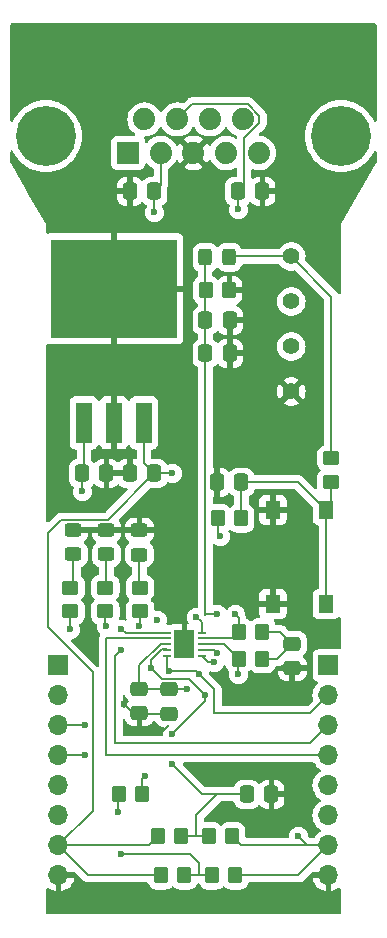
<source format=gbr>
%TF.GenerationSoftware,KiCad,Pcbnew,8.0.0*%
%TF.CreationDate,2025-04-28T20:28:04+05:30*%
%TF.ProjectId,ATA6503_mikrobus,41544136-3530-4335-9f6d-696b726f6275,rev?*%
%TF.SameCoordinates,Original*%
%TF.FileFunction,Copper,L1,Top*%
%TF.FilePolarity,Positive*%
%FSLAX46Y46*%
G04 Gerber Fmt 4.6, Leading zero omitted, Abs format (unit mm)*
G04 Created by KiCad (PCBNEW 8.0.0) date 2025-04-28 20:28:04*
%MOMM*%
%LPD*%
G01*
G04 APERTURE LIST*
G04 Aperture macros list*
%AMRoundRect*
0 Rectangle with rounded corners*
0 $1 Rounding radius*
0 $2 $3 $4 $5 $6 $7 $8 $9 X,Y pos of 4 corners*
0 Add a 4 corners polygon primitive as box body*
4,1,4,$2,$3,$4,$5,$6,$7,$8,$9,$2,$3,0*
0 Add four circle primitives for the rounded corners*
1,1,$1+$1,$2,$3*
1,1,$1+$1,$4,$5*
1,1,$1+$1,$6,$7*
1,1,$1+$1,$8,$9*
0 Add four rect primitives between the rounded corners*
20,1,$1+$1,$2,$3,$4,$5,0*
20,1,$1+$1,$4,$5,$6,$7,0*
20,1,$1+$1,$6,$7,$8,$9,0*
20,1,$1+$1,$8,$9,$2,$3,0*%
G04 Aperture macros list end*
%TA.AperFunction,SMDPad,CuDef*%
%ADD10RoundRect,0.250000X0.450000X-0.350000X0.450000X0.350000X-0.450000X0.350000X-0.450000X-0.350000X0*%
%TD*%
%TA.AperFunction,SMDPad,CuDef*%
%ADD11RoundRect,0.250000X-0.450000X0.325000X-0.450000X-0.325000X0.450000X-0.325000X0.450000X0.325000X0*%
%TD*%
%TA.AperFunction,SMDPad,CuDef*%
%ADD12RoundRect,0.250000X-0.337500X-0.475000X0.337500X-0.475000X0.337500X0.475000X-0.337500X0.475000X0*%
%TD*%
%TA.AperFunction,SMDPad,CuDef*%
%ADD13RoundRect,0.250000X-0.475000X0.337500X-0.475000X-0.337500X0.475000X-0.337500X0.475000X0.337500X0*%
%TD*%
%TA.AperFunction,SMDPad,CuDef*%
%ADD14RoundRect,0.250000X-0.450000X0.350000X-0.450000X-0.350000X0.450000X-0.350000X0.450000X0.350000X0*%
%TD*%
%TA.AperFunction,ComponentPad*%
%ADD15C,1.397000*%
%TD*%
%TA.AperFunction,SMDPad,CuDef*%
%ADD16RoundRect,0.250000X-0.350000X-0.450000X0.350000X-0.450000X0.350000X0.450000X-0.350000X0.450000X0*%
%TD*%
%TA.AperFunction,SMDPad,CuDef*%
%ADD17RoundRect,0.250000X-0.325000X-0.450000X0.325000X-0.450000X0.325000X0.450000X-0.325000X0.450000X0*%
%TD*%
%TA.AperFunction,SMDPad,CuDef*%
%ADD18RoundRect,0.250000X0.350000X0.450000X-0.350000X0.450000X-0.350000X-0.450000X0.350000X-0.450000X0*%
%TD*%
%TA.AperFunction,SMDPad,CuDef*%
%ADD19R,0.711200X0.254000*%
%TD*%
%TA.AperFunction,SMDPad,CuDef*%
%ADD20R,1.803400X2.387600*%
%TD*%
%TA.AperFunction,SMDPad,CuDef*%
%ADD21RoundRect,0.250000X0.337500X0.475000X-0.337500X0.475000X-0.337500X-0.475000X0.337500X-0.475000X0*%
%TD*%
%TA.AperFunction,SMDPad,CuDef*%
%ADD22R,1.397000X3.505200*%
%TD*%
%TA.AperFunction,SMDPad,CuDef*%
%ADD23R,10.718800X8.407400*%
%TD*%
%TA.AperFunction,ComponentPad*%
%ADD24R,1.879600X1.879600*%
%TD*%
%TA.AperFunction,ComponentPad*%
%ADD25C,1.879600*%
%TD*%
%TA.AperFunction,ComponentPad*%
%ADD26C,5.080000*%
%TD*%
%TA.AperFunction,SMDPad,CuDef*%
%ADD27R,1.300000X1.550000*%
%TD*%
%TA.AperFunction,ComponentPad*%
%ADD28R,1.700000X1.700000*%
%TD*%
%TA.AperFunction,ComponentPad*%
%ADD29O,1.700000X1.700000*%
%TD*%
%TA.AperFunction,ViaPad*%
%ADD30C,0.600000*%
%TD*%
%TA.AperFunction,Conductor*%
%ADD31C,0.200000*%
%TD*%
G04 APERTURE END LIST*
D10*
%TO.P,R11,1*%
%TO.N,VIO*%
X114046000Y-95758000D03*
%TO.P,R11,2*%
%TO.N,Net-(D4-A)*%
X114046000Y-93758000D03*
%TD*%
D11*
%TO.P,D4,1,K*%
%TO.N,GND*%
X114300000Y-88882000D03*
%TO.P,D4,2,A*%
%TO.N,Net-(D4-A)*%
X114300000Y-90932000D03*
%TD*%
D12*
%TO.P,C10,1*%
%TO.N,VCC*%
X115019000Y-84074000D03*
%TO.P,C10,2*%
%TO.N,GND*%
X117094000Y-84074000D03*
%TD*%
%TO.P,C1,1*%
%TO.N,Net-(D3-K)*%
X125476000Y-73914000D03*
%TO.P,C1,2*%
%TO.N,GND*%
X127551000Y-73914000D03*
%TD*%
D13*
%TO.P,C6,1*%
%TO.N,VCC*%
X119888000Y-102319000D03*
%TO.P,C6,2*%
%TO.N,GND*%
X119888000Y-104394000D03*
%TD*%
D14*
%TO.P,R9,1*%
%TO.N,Vbat*%
X136144000Y-82804000D03*
%TO.P,R9,2*%
%TO.N,Net-(C9-Pad1)*%
X136144000Y-84804000D03*
%TD*%
D10*
%TO.P,R12,1*%
%TO.N,EP*%
X116996000Y-95758000D03*
%TO.P,R12,2*%
%TO.N,Net-(D5-A)*%
X116996000Y-93758000D03*
%TD*%
D15*
%TO.P,J4,1,Pin_1*%
%TO.N,Vbat*%
X132742000Y-65709800D03*
%TO.P,J4,2,Pin_2*%
%TO.N,VCC*%
X132742000Y-69519800D03*
%TO.P,J4,3,Pin_3*%
%TO.N,3.3V*%
X132742000Y-73329800D03*
%TO.P,J4,4,Pin_4*%
%TO.N,GND*%
X132742000Y-77139800D03*
%TD*%
D12*
%TO.P,C3,1*%
%TO.N,/CAN_H*%
X128227000Y-60198000D03*
%TO.P,C3,2*%
%TO.N,GND*%
X130302000Y-60198000D03*
%TD*%
D16*
%TO.P,R4,1*%
%TO.N,Net-(R4-Pad1)*%
X118142000Y-111252000D03*
%TO.P,R4,2*%
%TO.N,/RST*%
X120142000Y-111252000D03*
%TD*%
D17*
%TO.P,D3,1,K*%
%TO.N,Net-(D3-K)*%
X125458000Y-65786000D03*
%TO.P,D3,2,A*%
%TO.N,Vbat*%
X127508000Y-65786000D03*
%TD*%
D12*
%TO.P,C2,1*%
%TO.N,Net-(D3-K)*%
X125476000Y-71120000D03*
%TO.P,C2,2*%
%TO.N,GND*%
X127551000Y-71120000D03*
%TD*%
%TO.P,C4,1*%
%TO.N,GND*%
X119083000Y-60198000D03*
%TO.P,C4,2*%
%TO.N,/CAN_L*%
X121158000Y-60198000D03*
%TD*%
D13*
%TO.P,C5,1*%
%TO.N,Net-(C5-Pad1)*%
X132820500Y-98509000D03*
%TO.P,C5,2*%
%TO.N,GND*%
X132820500Y-100584000D03*
%TD*%
D16*
%TO.P,R8,1*%
%TO.N,3.3V*%
X121444000Y-114808000D03*
%TO.P,R8,2*%
%TO.N,VIO*%
X123444000Y-114808000D03*
%TD*%
D18*
%TO.P,R5,1*%
%TO.N,VCC*%
X128016000Y-118110000D03*
%TO.P,R5,2*%
%TO.N,Net-(R4-Pad1)*%
X126016000Y-118110000D03*
%TD*%
D11*
%TO.P,D6,1,K*%
%TO.N,GND*%
X119888000Y-88900000D03*
%TO.P,D6,2,A*%
%TO.N,Net-(D6-A)*%
X119888000Y-90950000D03*
%TD*%
D10*
%TO.P,R13,1*%
%TO.N,Comm*%
X119946000Y-95758000D03*
%TO.P,R13,2*%
%TO.N,Net-(D6-A)*%
X119946000Y-93758000D03*
%TD*%
D18*
%TO.P,R7,1*%
%TO.N,VCC*%
X127762000Y-114808000D03*
%TO.P,R7,2*%
%TO.N,VIO*%
X125762000Y-114808000D03*
%TD*%
D16*
%TO.P,R2,1*%
%TO.N,/CAN_H*%
X128302000Y-97514500D03*
%TO.P,R2,2*%
%TO.N,Net-(C5-Pad1)*%
X130302000Y-97514500D03*
%TD*%
D19*
%TO.P,U1,1,TXD*%
%TO.N,/Tx*%
X122250200Y-97551999D03*
%TO.P,U1,2,RXD*%
%TO.N,/Rx*%
X122250200Y-98052001D03*
%TO.P,U1,3,VCC*%
%TO.N,VCC*%
X122250200Y-98552000D03*
%TO.P,U1,4,VIO*%
%TO.N,VIO*%
X122250200Y-99051999D03*
%TO.P,U1,5,NRES*%
%TO.N,/RST*%
X122250200Y-99552001D03*
%TO.P,U1,6,WAKE*%
%TO.N,/WUP*%
X125145800Y-99552001D03*
%TO.P,U1,7,VS*%
%TO.N,Net-(D3-K)*%
X125145800Y-99051999D03*
%TO.P,U1,8,CANL*%
%TO.N,/CAN_L*%
X125145800Y-98552000D03*
%TO.P,U1,9,CANH*%
%TO.N,/CAN_H*%
X125145800Y-98052001D03*
%TO.P,U1,10,EN*%
%TO.N,/En*%
X125145800Y-97551999D03*
D20*
%TO.P,U1,11,GND*%
%TO.N,GND*%
X123698000Y-98552000D03*
%TD*%
D12*
%TO.P,C8,1*%
%TO.N,VIO*%
X128989000Y-111252000D03*
%TO.P,C8,2*%
%TO.N,GND*%
X131064000Y-111252000D03*
%TD*%
D18*
%TO.P,R6,1*%
%TO.N,Net-(R4-Pad1)*%
X123698000Y-118110000D03*
%TO.P,R6,2*%
%TO.N,3.3V*%
X121698000Y-118110000D03*
%TD*%
D21*
%TO.P,C11,1*%
%TO.N,3.3V*%
X121158000Y-84074000D03*
%TO.P,C11,2*%
%TO.N,GND*%
X119083000Y-84074000D03*
%TD*%
D16*
%TO.P,R1,1*%
%TO.N,Net-(D3-K)*%
X125508000Y-68580000D03*
%TO.P,R1,2*%
%TO.N,GND*%
X127508000Y-68580000D03*
%TD*%
D22*
%TO.P,U2,1,INPUT*%
%TO.N,VCC*%
X115189000Y-79794100D03*
%TO.P,U2,2,GROUND*%
%TO.N,GND*%
X117729000Y-79794100D03*
%TO.P,U2,3,OUTPUT*%
%TO.N,3.3V*%
X120269000Y-79794100D03*
D23*
%TO.P,U2,4,4*%
%TO.N,GND*%
X117729000Y-68453000D03*
%TD*%
D21*
%TO.P,C9,1*%
%TO.N,Net-(C9-Pad1)*%
X128524000Y-84836000D03*
%TO.P,C9,2*%
%TO.N,GND*%
X126449000Y-84836000D03*
%TD*%
D16*
%TO.P,R10,1*%
%TO.N,/WUP*%
X126524000Y-87884000D03*
%TO.P,R10,2*%
%TO.N,Net-(C9-Pad1)*%
X128524000Y-87884000D03*
%TD*%
D24*
%TO.P,J3,1,1*%
%TO.N,unconnected-(J3-Pad1)*%
X118920000Y-56945500D03*
D25*
%TO.P,J3,2,2*%
%TO.N,/CAN_L*%
X121690000Y-56945500D03*
%TO.P,J3,3,3*%
%TO.N,GND*%
X124460000Y-56945500D03*
%TO.P,J3,4,4*%
%TO.N,unconnected-(J3-Pad4)*%
X127230000Y-56945500D03*
%TO.P,J3,5,5*%
%TO.N,unconnected-(J3-Pad5)*%
X130000000Y-56945500D03*
%TO.P,J3,6,6*%
%TO.N,unconnected-(J3-Pad6)*%
X120310000Y-54105500D03*
%TO.P,J3,7,7*%
%TO.N,/CAN_H*%
X123080000Y-54105500D03*
%TO.P,J3,8,8*%
%TO.N,unconnected-(J3-Pad8)*%
X125840000Y-54105500D03*
%TO.P,J3,9,9*%
%TO.N,unconnected-(J3-Pad9)*%
X128610000Y-54105500D03*
D26*
%TO.P,J3,G1*%
%TO.N,N/C*%
X111960000Y-55525500D03*
%TO.P,J3,G2*%
X136960000Y-55525500D03*
%TD*%
D27*
%TO.P,SW1,1,1*%
%TO.N,Net-(C9-Pad1)*%
X135689000Y-87175000D03*
X135689000Y-95125000D03*
%TO.P,SW1,2,2*%
%TO.N,GND*%
X131189000Y-87175000D03*
X131189000Y-95125000D03*
%TD*%
D13*
%TO.P,C7,1*%
%TO.N,VCC*%
X122428000Y-102362000D03*
%TO.P,C7,2*%
%TO.N,GND*%
X122428000Y-104437000D03*
%TD*%
D16*
%TO.P,R3,1*%
%TO.N,/CAN_L*%
X128302000Y-99800500D03*
%TO.P,R3,2*%
%TO.N,Net-(C5-Pad1)*%
X130302000Y-99800500D03*
%TD*%
D11*
%TO.P,D5,1,K*%
%TO.N,GND*%
X117094000Y-88882000D03*
%TO.P,D5,2,A*%
%TO.N,Net-(D5-A)*%
X117094000Y-90932000D03*
%TD*%
D28*
%TO.P,J1,1,Pin_1*%
%TO.N,unconnected-(J1-Pin_1-Pad1)*%
X113030000Y-100330000D03*
D29*
%TO.P,J1,2,Pin_2*%
%TO.N,unconnected-(J1-Pin_2-Pad2)*%
X113030000Y-102870000D03*
%TO.P,J1,3,Pin_3*%
%TO.N,EP*%
X113030000Y-105410000D03*
%TO.P,J1,4,Pin_4*%
%TO.N,Comm*%
X113030000Y-107950000D03*
%TO.P,J1,5,Pin_5*%
%TO.N,unconnected-(J1-Pin_5-Pad5)*%
X113030000Y-110490000D03*
%TO.P,J1,6,Pin_6*%
%TO.N,unconnected-(J1-Pin_6-Pad6)*%
X113030000Y-113030000D03*
%TO.P,J1,7,Pin_7*%
%TO.N,3.3V*%
X113030000Y-115570000D03*
%TO.P,J1,8,Pin_8*%
%TO.N,GND*%
X113030000Y-118110000D03*
%TD*%
D28*
%TO.P,J2,1,Pin_1*%
%TO.N,/En*%
X135890000Y-100330000D03*
D29*
%TO.P,J2,2,Pin_2*%
%TO.N,/RST*%
X135890000Y-102870000D03*
%TO.P,J2,3,Pin_3*%
%TO.N,/Tx*%
X135890000Y-105410000D03*
%TO.P,J2,4,Pin_4*%
%TO.N,/Rx*%
X135890000Y-107950000D03*
%TO.P,J2,5,Pin_5*%
%TO.N,unconnected-(J2-Pin_5-Pad5)*%
X135890000Y-110490000D03*
%TO.P,J2,6,Pin_6*%
%TO.N,unconnected-(J2-Pin_6-Pad6)*%
X135890000Y-113030000D03*
%TO.P,J2,7,Pin_7*%
%TO.N,VCC*%
X135890000Y-115570000D03*
%TO.P,J2,8,Pin_8*%
%TO.N,GND*%
X135890000Y-118110000D03*
%TD*%
D30*
%TO.N,GND*%
X133604000Y-86868000D03*
X116078000Y-99568000D03*
X118618000Y-103632000D03*
X134112000Y-83820000D03*
X134112000Y-118872000D03*
X130810000Y-114554000D03*
X132842000Y-102870000D03*
%TO.N,Net-(D3-K)*%
X126492000Y-99314000D03*
X126492000Y-96012000D03*
%TO.N,/CAN_H*%
X128270000Y-61722000D03*
X128016000Y-96012000D03*
%TO.N,/CAN_L*%
X121158000Y-61976000D03*
X128270000Y-101092000D03*
%TO.N,VIO*%
X121412000Y-96520000D03*
X120904000Y-100584000D03*
X125476000Y-102870000D03*
X122682000Y-106172000D03*
X114046000Y-97282000D03*
X122682000Y-108712000D03*
%TO.N,3.3V*%
X122682000Y-84074000D03*
%TO.N,/RST*%
X122428000Y-100838000D03*
X120396000Y-109728000D03*
X124968000Y-101092000D03*
%TO.N,/En*%
X124714000Y-96266000D03*
%TO.N,Comm*%
X119888000Y-97028000D03*
X115316000Y-107950000D03*
%TO.N,EP*%
X115316000Y-105410000D03*
X117094000Y-97028000D03*
%TO.N,/Tx*%
X118364000Y-97282000D03*
X118364000Y-99060000D03*
X118364000Y-99060000D03*
%TO.N,VCC*%
X133350000Y-114808000D03*
X123952000Y-102362000D03*
X115062000Y-85598000D03*
%TO.N,Net-(R4-Pad1)*%
X118364000Y-116332000D03*
X118110000Y-112776000D03*
%TO.N,/WUP*%
X126746000Y-89408000D03*
X126238000Y-100076000D03*
%TD*%
D31*
%TO.N,GND*%
X119888000Y-104394000D02*
X119380000Y-104394000D01*
X132820500Y-102848500D02*
X132842000Y-102870000D01*
X122428000Y-104437000D02*
X119931000Y-104437000D01*
X122428000Y-105410000D02*
X121920000Y-105918000D01*
X119380000Y-104394000D02*
X118618000Y-103632000D01*
X132820500Y-100584000D02*
X132820500Y-102848500D01*
X119931000Y-104437000D02*
X119888000Y-104394000D01*
%TO.N,Net-(D3-K)*%
X126229999Y-99051999D02*
X126492000Y-99314000D01*
X125508000Y-68580000D02*
X125508000Y-68612000D01*
X125508000Y-68612000D02*
X125476000Y-68644000D01*
X125476000Y-73914000D02*
X125476000Y-96037599D01*
X126492000Y-96012000D02*
X125501599Y-96012000D01*
X125476000Y-68644000D02*
X125476000Y-71120000D01*
X125458000Y-68530000D02*
X125508000Y-68580000D01*
X125476000Y-71120000D02*
X125476000Y-73914000D01*
X125458000Y-65786000D02*
X125458000Y-68530000D01*
X125145800Y-99051999D02*
X126229999Y-99051999D01*
X125501599Y-96012000D02*
X125476000Y-96037599D01*
%TO.N,/CAN_H*%
X128227000Y-60198000D02*
X128227000Y-61679000D01*
X130048000Y-53790158D02*
X129089842Y-52832000D01*
X128227000Y-60198000D02*
X128760200Y-59664800D01*
X128760200Y-55708642D02*
X130048000Y-54420842D01*
X125145800Y-98052001D02*
X127764499Y-98052001D01*
X130048000Y-54420842D02*
X130048000Y-53790158D01*
X129089842Y-52832000D02*
X124353500Y-52832000D01*
X124353500Y-52832000D02*
X123080000Y-54105500D01*
X128760200Y-59664800D02*
X128760200Y-55708642D01*
X127764499Y-98052001D02*
X128302000Y-97514500D01*
X128302000Y-97514500D02*
X128302000Y-96298000D01*
X128302000Y-96298000D02*
X128016000Y-96012000D01*
X128227000Y-61679000D02*
X128270000Y-61722000D01*
%TO.N,/CAN_L*%
X127053500Y-98552000D02*
X128302000Y-99800500D01*
X125145800Y-98552000D02*
X127053500Y-98552000D01*
X128270000Y-99832500D02*
X128302000Y-99800500D01*
X121690000Y-56945500D02*
X121690000Y-59666000D01*
X121158000Y-60198000D02*
X121158000Y-61976000D01*
X121690000Y-59666000D02*
X121158000Y-60198000D01*
X128270000Y-101092000D02*
X128270000Y-99832500D01*
%TO.N,Net-(C5-Pad1)*%
X130302000Y-99800500D02*
X131529000Y-99800500D01*
X131826000Y-97514500D02*
X132820500Y-98509000D01*
X130302000Y-97514500D02*
X131826000Y-97514500D01*
X131529000Y-99800500D02*
X132820500Y-98509000D01*
%TO.N,VIO*%
X124714000Y-114808000D02*
X124714000Y-113030000D01*
X122682000Y-108712000D02*
X125222000Y-111252000D01*
X120904000Y-100584000D02*
X121794500Y-101474500D01*
X124714000Y-113030000D02*
X126492000Y-111252000D01*
X126492000Y-111252000D02*
X128989000Y-111252000D01*
X122250200Y-99051999D02*
X122177201Y-98979000D01*
X124080500Y-101474500D02*
X125476000Y-102870000D01*
X124714000Y-114808000D02*
X123444000Y-114808000D01*
X125222000Y-111252000D02*
X126492000Y-111252000D01*
X125762000Y-114808000D02*
X124714000Y-114808000D01*
X114046000Y-95758000D02*
X114046000Y-97282000D01*
X120904000Y-99881285D02*
X120904000Y-100584000D01*
X125476000Y-102870000D02*
X125476000Y-103378000D01*
X121794500Y-101474500D02*
X124080500Y-101474500D01*
X122177201Y-98979000D02*
X121806285Y-98979000D01*
X121806285Y-98979000D02*
X120904000Y-99881285D01*
X125476000Y-103378000D02*
X122682000Y-106172000D01*
%TO.N,Net-(C9-Pad1)*%
X128524000Y-84836000D02*
X128524000Y-87884000D01*
X133350000Y-84836000D02*
X128524000Y-84836000D01*
X135689000Y-87175000D02*
X133350000Y-84836000D01*
X136144000Y-84804000D02*
X136144000Y-86720000D01*
X136144000Y-86720000D02*
X135689000Y-87175000D01*
X135689000Y-87175000D02*
X135689000Y-95125000D01*
%TO.N,3.3V*%
X115570000Y-118110000D02*
X121698000Y-118110000D01*
X121158000Y-84074000D02*
X122682000Y-84074000D01*
X113253000Y-88007000D02*
X112106000Y-89154000D01*
X117225000Y-88007000D02*
X113253000Y-88007000D01*
X113030000Y-115570000D02*
X115570000Y-118110000D01*
X120269000Y-79794100D02*
X120269000Y-83185000D01*
X115916000Y-100916000D02*
X115916000Y-112684000D01*
X120269000Y-83185000D02*
X121158000Y-84074000D01*
X121158000Y-84074000D02*
X117225000Y-88007000D01*
X115916000Y-112684000D02*
X113030000Y-115570000D01*
X112106000Y-89154000D02*
X112106000Y-97106000D01*
X113030000Y-115570000D02*
X120682000Y-115570000D01*
X112106000Y-97106000D02*
X115916000Y-100916000D01*
X120682000Y-115570000D02*
X121444000Y-114808000D01*
%TO.N,Vbat*%
X127584200Y-65709800D02*
X127508000Y-65786000D01*
X132742000Y-65709800D02*
X127584200Y-65709800D01*
X132742000Y-65709800D02*
X136144000Y-69111800D01*
X136144000Y-69111800D02*
X136144000Y-82804000D01*
%TO.N,Net-(D4-A)*%
X114300000Y-93504000D02*
X114046000Y-93758000D01*
X114300000Y-90932000D02*
X114300000Y-93504000D01*
%TO.N,Net-(D5-A)*%
X117094000Y-93660000D02*
X116996000Y-93758000D01*
X117094000Y-90932000D02*
X117094000Y-93660000D01*
%TO.N,Net-(D6-A)*%
X119888000Y-93700000D02*
X119946000Y-93758000D01*
X119888000Y-90950000D02*
X119888000Y-93700000D01*
%TO.N,/RST*%
X124714000Y-100838000D02*
X124968000Y-101092000D01*
X122250200Y-99552001D02*
X122250200Y-100660200D01*
X122250200Y-100660200D02*
X122428000Y-100838000D01*
X134366000Y-104394000D02*
X135890000Y-102870000D01*
X120142000Y-109982000D02*
X120396000Y-109728000D01*
X120142000Y-111252000D02*
X120142000Y-109982000D01*
X122428000Y-100838000D02*
X124714000Y-100838000D01*
X126238000Y-102362000D02*
X126238000Y-104394000D01*
X124968000Y-101092000D02*
X126238000Y-102362000D01*
X126238000Y-104394000D02*
X134366000Y-104394000D01*
%TO.N,/En*%
X125145800Y-96697800D02*
X124714000Y-96266000D01*
X125145800Y-97551999D02*
X125145800Y-96697800D01*
%TO.N,Comm*%
X119946000Y-96970000D02*
X119888000Y-97028000D01*
X119946000Y-95758000D02*
X119946000Y-96970000D01*
X115316000Y-107950000D02*
X113030000Y-107950000D01*
%TO.N,EP*%
X115316000Y-105410000D02*
X113030000Y-105410000D01*
X116996000Y-95758000D02*
X116996000Y-96930000D01*
X116996000Y-96930000D02*
X117094000Y-97028000D01*
%TO.N,/Tx*%
X120212530Y-97551999D02*
X122250200Y-97551999D01*
X118364000Y-97282000D02*
X118710000Y-97628000D01*
X117856000Y-106934000D02*
X117856000Y-99568000D01*
X118710000Y-97628000D02*
X120136529Y-97628000D01*
X135890000Y-105410000D02*
X134366000Y-106934000D01*
X134366000Y-106934000D02*
X117856000Y-106934000D01*
X117856000Y-99568000D02*
X118364000Y-99060000D01*
X120136529Y-97628000D02*
X120212530Y-97551999D01*
%TO.N,/Rx*%
X117094000Y-98044000D02*
X117102001Y-98052001D01*
X135890000Y-107950000D02*
X117094000Y-107950000D01*
X117102001Y-98052001D02*
X122250200Y-98052001D01*
X117094000Y-107950000D02*
X117094000Y-98044000D01*
%TO.N,VCC*%
X135890000Y-115570000D02*
X134112000Y-115570000D01*
X115019000Y-84074000D02*
X115019000Y-85555000D01*
X119888000Y-102319000D02*
X122385000Y-102319000D01*
X134112000Y-115570000D02*
X133350000Y-114808000D01*
X115189000Y-79794100D02*
X115189000Y-83904000D01*
X122385000Y-102319000D02*
X122428000Y-102362000D01*
X119888000Y-100331599D02*
X119888000Y-102319000D01*
X121667599Y-98552000D02*
X119888000Y-100331599D01*
X122428000Y-102362000D02*
X123952000Y-102362000D01*
X135890000Y-115570000D02*
X128524000Y-115570000D01*
X115189000Y-83904000D02*
X115019000Y-84074000D01*
X128524000Y-115570000D02*
X127762000Y-114808000D01*
X122250200Y-98552000D02*
X121667599Y-98552000D01*
X115019000Y-85555000D02*
X115062000Y-85598000D01*
X119909500Y-102340500D02*
X119888000Y-102319000D01*
X135890000Y-115570000D02*
X133350000Y-118110000D01*
X133350000Y-118110000D02*
X128016000Y-118110000D01*
%TO.N,Net-(R4-Pad1)*%
X124968000Y-118110000D02*
X124968000Y-117094000D01*
X124968000Y-118110000D02*
X124714000Y-118110000D01*
X124206000Y-116332000D02*
X118364000Y-116332000D01*
X124714000Y-118110000D02*
X124460000Y-118110000D01*
X124714000Y-118110000D02*
X123698000Y-118110000D01*
X118110000Y-111284000D02*
X118142000Y-111252000D01*
X118110000Y-112776000D02*
X118110000Y-111284000D01*
X124968000Y-117094000D02*
X124206000Y-116332000D01*
X126016000Y-118110000D02*
X124968000Y-118110000D01*
%TO.N,/WUP*%
X126524000Y-87884000D02*
X126524000Y-89186000D01*
X125145800Y-99552001D02*
X125669799Y-100076000D01*
X125669799Y-100076000D02*
X126238000Y-100076000D01*
X126524000Y-89186000D02*
X126746000Y-89408000D01*
%TD*%
%TA.AperFunction,Conductor*%
%TO.N,GND*%
G36*
X114486442Y-117879685D02*
G01*
X114507084Y-117896319D01*
X115085139Y-118474374D01*
X115085149Y-118474385D01*
X115089479Y-118478715D01*
X115089480Y-118478716D01*
X115201284Y-118590520D01*
X115201286Y-118590521D01*
X115201290Y-118590524D01*
X115338209Y-118669573D01*
X115338216Y-118669577D01*
X115450019Y-118699534D01*
X115490942Y-118710500D01*
X115490943Y-118710500D01*
X120517699Y-118710500D01*
X120584738Y-118730185D01*
X120630493Y-118782989D01*
X120635403Y-118795492D01*
X120663186Y-118879334D01*
X120755288Y-119028656D01*
X120879344Y-119152712D01*
X121028666Y-119244814D01*
X121195203Y-119299999D01*
X121297991Y-119310500D01*
X122098008Y-119310499D01*
X122098016Y-119310498D01*
X122098019Y-119310498D01*
X122154302Y-119304748D01*
X122200797Y-119299999D01*
X122367334Y-119244814D01*
X122516656Y-119152712D01*
X122610319Y-119059049D01*
X122671642Y-119025564D01*
X122741334Y-119030548D01*
X122785681Y-119059049D01*
X122879344Y-119152712D01*
X123028666Y-119244814D01*
X123195203Y-119299999D01*
X123297991Y-119310500D01*
X124098008Y-119310499D01*
X124098016Y-119310498D01*
X124098019Y-119310498D01*
X124154302Y-119304748D01*
X124200797Y-119299999D01*
X124367334Y-119244814D01*
X124516656Y-119152712D01*
X124640712Y-119028656D01*
X124732814Y-118879334D01*
X124739295Y-118859775D01*
X124779066Y-118802332D01*
X124843582Y-118775509D01*
X124912358Y-118787824D01*
X124963558Y-118835367D01*
X124974703Y-118859772D01*
X124981186Y-118879334D01*
X125073288Y-119028656D01*
X125197344Y-119152712D01*
X125346666Y-119244814D01*
X125513203Y-119299999D01*
X125615991Y-119310500D01*
X126416008Y-119310499D01*
X126416016Y-119310498D01*
X126416019Y-119310498D01*
X126472302Y-119304748D01*
X126518797Y-119299999D01*
X126685334Y-119244814D01*
X126834656Y-119152712D01*
X126928319Y-119059049D01*
X126989642Y-119025564D01*
X127059334Y-119030548D01*
X127103681Y-119059049D01*
X127197344Y-119152712D01*
X127346666Y-119244814D01*
X127513203Y-119299999D01*
X127615991Y-119310500D01*
X128416008Y-119310499D01*
X128416016Y-119310498D01*
X128416019Y-119310498D01*
X128472302Y-119304748D01*
X128518797Y-119299999D01*
X128685334Y-119244814D01*
X128834656Y-119152712D01*
X128958712Y-119028656D01*
X129050814Y-118879334D01*
X129078595Y-118795495D01*
X129118368Y-118738051D01*
X129182884Y-118711228D01*
X129196301Y-118710500D01*
X133263331Y-118710500D01*
X133263347Y-118710501D01*
X133270943Y-118710501D01*
X133429054Y-118710501D01*
X133429057Y-118710501D01*
X133581785Y-118669577D01*
X133631904Y-118640639D01*
X133718716Y-118590520D01*
X133830520Y-118478716D01*
X133830520Y-118478714D01*
X133840728Y-118468507D01*
X133840730Y-118468504D01*
X134412916Y-117896317D01*
X134474237Y-117862834D01*
X134500595Y-117860000D01*
X135456988Y-117860000D01*
X135424075Y-117917007D01*
X135390000Y-118044174D01*
X135390000Y-118175826D01*
X135424075Y-118302993D01*
X135456988Y-118360000D01*
X134559364Y-118360000D01*
X134616567Y-118573486D01*
X134616570Y-118573492D01*
X134716399Y-118787578D01*
X134851894Y-118981082D01*
X135018917Y-119148105D01*
X135212421Y-119283600D01*
X135426507Y-119383429D01*
X135426516Y-119383433D01*
X135640000Y-119440634D01*
X135640000Y-118543012D01*
X135697007Y-118575925D01*
X135824174Y-118610000D01*
X135955826Y-118610000D01*
X136082993Y-118575925D01*
X136140000Y-118543012D01*
X136140000Y-119440633D01*
X136353483Y-119383433D01*
X136353492Y-119383429D01*
X136567579Y-119283599D01*
X136567585Y-119283595D01*
X136718376Y-119178010D01*
X136784582Y-119155682D01*
X136852349Y-119172692D01*
X136900163Y-119223639D01*
X136913500Y-119279584D01*
X136913500Y-121295500D01*
X136893815Y-121362539D01*
X136841011Y-121408294D01*
X136789500Y-121419500D01*
X112130500Y-121419500D01*
X112063461Y-121399815D01*
X112017706Y-121347011D01*
X112006500Y-121295500D01*
X112006500Y-119279584D01*
X112026185Y-119212545D01*
X112078989Y-119166790D01*
X112148147Y-119156846D01*
X112201624Y-119178010D01*
X112352414Y-119283595D01*
X112352420Y-119283599D01*
X112566507Y-119383429D01*
X112566516Y-119383433D01*
X112780000Y-119440634D01*
X112780000Y-118543012D01*
X112837007Y-118575925D01*
X112964174Y-118610000D01*
X113095826Y-118610000D01*
X113222993Y-118575925D01*
X113280000Y-118543012D01*
X113280000Y-119440633D01*
X113493483Y-119383433D01*
X113493492Y-119383429D01*
X113707578Y-119283600D01*
X113901082Y-119148105D01*
X114068105Y-118981082D01*
X114203600Y-118787578D01*
X114303429Y-118573492D01*
X114303432Y-118573486D01*
X114360636Y-118360000D01*
X113463012Y-118360000D01*
X113495925Y-118302993D01*
X113530000Y-118175826D01*
X113530000Y-118044174D01*
X113495925Y-117917007D01*
X113463012Y-117860000D01*
X114419403Y-117860000D01*
X114486442Y-117879685D01*
G37*
%TD.AperFunction*%
%TA.AperFunction,Conductor*%
G36*
X134667948Y-108570185D02*
G01*
X134713292Y-108622097D01*
X134715965Y-108627830D01*
X134791264Y-108735368D01*
X134851501Y-108821395D01*
X134851506Y-108821402D01*
X135018597Y-108988493D01*
X135018603Y-108988498D01*
X135204158Y-109118425D01*
X135247783Y-109173002D01*
X135254977Y-109242500D01*
X135223454Y-109304855D01*
X135204158Y-109321575D01*
X135018597Y-109451505D01*
X134851505Y-109618597D01*
X134715965Y-109812169D01*
X134715964Y-109812171D01*
X134616098Y-110026335D01*
X134616096Y-110026340D01*
X134554938Y-110254586D01*
X134554936Y-110254596D01*
X134534341Y-110489999D01*
X134534341Y-110490000D01*
X134554936Y-110725403D01*
X134554938Y-110725413D01*
X134616094Y-110953655D01*
X134616096Y-110953659D01*
X134616097Y-110953663D01*
X134638637Y-111002000D01*
X134715965Y-111167830D01*
X134715967Y-111167834D01*
X134851501Y-111361395D01*
X134851506Y-111361402D01*
X135018597Y-111528493D01*
X135018603Y-111528498D01*
X135204158Y-111658425D01*
X135247783Y-111713002D01*
X135254977Y-111782500D01*
X135223454Y-111844855D01*
X135204158Y-111861575D01*
X135018597Y-111991505D01*
X134851505Y-112158597D01*
X134715965Y-112352169D01*
X134715964Y-112352171D01*
X134616098Y-112566335D01*
X134616094Y-112566344D01*
X134554938Y-112794586D01*
X134554936Y-112794596D01*
X134534341Y-113029999D01*
X134534341Y-113030000D01*
X134554936Y-113265403D01*
X134554938Y-113265413D01*
X134616094Y-113493655D01*
X134616096Y-113493659D01*
X134616097Y-113493663D01*
X134674077Y-113618001D01*
X134715965Y-113707830D01*
X134715967Y-113707834D01*
X134851501Y-113901395D01*
X134851506Y-113901402D01*
X135018597Y-114068493D01*
X135018603Y-114068498D01*
X135204158Y-114198425D01*
X135247783Y-114253002D01*
X135254977Y-114322500D01*
X135223454Y-114384855D01*
X135204158Y-114401575D01*
X135018597Y-114531505D01*
X134851506Y-114698596D01*
X134715965Y-114892170D01*
X134715962Y-114892175D01*
X134713289Y-114897909D01*
X134667115Y-114950346D01*
X134600909Y-114969500D01*
X134412098Y-114969500D01*
X134345059Y-114949815D01*
X134324421Y-114933185D01*
X134180698Y-114789463D01*
X134147215Y-114728143D01*
X134145163Y-114715686D01*
X134135368Y-114628745D01*
X134075789Y-114458478D01*
X133979816Y-114305738D01*
X133852262Y-114178184D01*
X133699523Y-114082211D01*
X133529254Y-114022631D01*
X133529249Y-114022630D01*
X133350004Y-114002435D01*
X133349996Y-114002435D01*
X133170750Y-114022630D01*
X133170745Y-114022631D01*
X133000476Y-114082211D01*
X132847737Y-114178184D01*
X132720184Y-114305737D01*
X132624211Y-114458476D01*
X132564631Y-114628745D01*
X132564630Y-114628750D01*
X132544435Y-114807996D01*
X132544435Y-114808000D01*
X132547096Y-114831615D01*
X132535042Y-114900437D01*
X132487694Y-114951817D01*
X132423876Y-114969500D01*
X128986500Y-114969500D01*
X128919461Y-114949815D01*
X128873706Y-114897011D01*
X128862500Y-114845500D01*
X128862499Y-114307998D01*
X128862498Y-114307980D01*
X128851999Y-114205203D01*
X128851998Y-114205200D01*
X128806698Y-114068495D01*
X128796814Y-114038666D01*
X128704712Y-113889344D01*
X128580656Y-113765288D01*
X128487501Y-113707830D01*
X128431336Y-113673187D01*
X128431331Y-113673185D01*
X128429862Y-113672698D01*
X128264797Y-113618001D01*
X128264795Y-113618000D01*
X128162010Y-113607500D01*
X127361998Y-113607500D01*
X127361980Y-113607501D01*
X127259203Y-113618000D01*
X127259200Y-113618001D01*
X127092668Y-113673185D01*
X127092663Y-113673187D01*
X126943342Y-113765289D01*
X126849681Y-113858951D01*
X126788358Y-113892436D01*
X126718666Y-113887452D01*
X126674319Y-113858951D01*
X126580657Y-113765289D01*
X126580656Y-113765288D01*
X126487501Y-113707830D01*
X126431336Y-113673187D01*
X126431331Y-113673185D01*
X126429862Y-113672698D01*
X126264797Y-113618001D01*
X126264795Y-113618000D01*
X126162016Y-113607500D01*
X125438500Y-113607500D01*
X125371461Y-113587815D01*
X125325706Y-113535011D01*
X125314500Y-113483500D01*
X125314500Y-113330097D01*
X125334185Y-113263058D01*
X125350819Y-113242416D01*
X126704417Y-111888819D01*
X126765740Y-111855334D01*
X126792098Y-111852500D01*
X127812915Y-111852500D01*
X127879954Y-111872185D01*
X127925709Y-111924989D01*
X127930618Y-111937489D01*
X127966686Y-112046334D01*
X128058788Y-112195656D01*
X128182844Y-112319712D01*
X128332166Y-112411814D01*
X128498703Y-112466999D01*
X128601491Y-112477500D01*
X129376508Y-112477499D01*
X129376516Y-112477498D01*
X129376519Y-112477498D01*
X129434422Y-112471583D01*
X129479297Y-112466999D01*
X129645834Y-112411814D01*
X129795156Y-112319712D01*
X129919212Y-112195656D01*
X129921252Y-112192347D01*
X129923245Y-112190555D01*
X129923693Y-112189989D01*
X129923789Y-112190065D01*
X129973194Y-112145623D01*
X130042156Y-112134395D01*
X130106240Y-112162234D01*
X130132329Y-112192339D01*
X130134181Y-112195341D01*
X130134183Y-112195344D01*
X130258154Y-112319315D01*
X130407375Y-112411356D01*
X130407380Y-112411358D01*
X130573802Y-112466505D01*
X130573809Y-112466506D01*
X130676519Y-112476999D01*
X130813999Y-112476999D01*
X130814000Y-112476998D01*
X130814000Y-111502000D01*
X131314000Y-111502000D01*
X131314000Y-112476999D01*
X131451472Y-112476999D01*
X131451486Y-112476998D01*
X131554197Y-112466505D01*
X131720619Y-112411358D01*
X131720624Y-112411356D01*
X131869845Y-112319315D01*
X131993815Y-112195345D01*
X132085856Y-112046124D01*
X132085858Y-112046119D01*
X132141005Y-111879697D01*
X132141006Y-111879690D01*
X132151499Y-111776986D01*
X132151500Y-111776973D01*
X132151500Y-111502000D01*
X131314000Y-111502000D01*
X130814000Y-111502000D01*
X130814000Y-110027000D01*
X131314000Y-110027000D01*
X131314000Y-111002000D01*
X132151499Y-111002000D01*
X132151499Y-110727028D01*
X132151498Y-110727013D01*
X132141005Y-110624302D01*
X132085858Y-110457880D01*
X132085856Y-110457875D01*
X131993815Y-110308654D01*
X131869845Y-110184684D01*
X131720624Y-110092643D01*
X131720619Y-110092641D01*
X131554197Y-110037494D01*
X131554190Y-110037493D01*
X131451486Y-110027000D01*
X131314000Y-110027000D01*
X130814000Y-110027000D01*
X130676527Y-110027000D01*
X130676512Y-110027001D01*
X130573802Y-110037494D01*
X130407380Y-110092641D01*
X130407375Y-110092643D01*
X130258154Y-110184684D01*
X130134183Y-110308655D01*
X130134179Y-110308660D01*
X130132326Y-110311665D01*
X130130518Y-110313290D01*
X130129702Y-110314323D01*
X130129525Y-110314183D01*
X130080374Y-110358385D01*
X130011411Y-110369601D01*
X129947331Y-110341752D01*
X129921253Y-110311653D01*
X129921237Y-110311628D01*
X129919212Y-110308344D01*
X129795156Y-110184288D01*
X129686364Y-110117185D01*
X129645836Y-110092187D01*
X129645831Y-110092185D01*
X129601581Y-110077522D01*
X129479297Y-110037001D01*
X129479295Y-110037000D01*
X129376510Y-110026500D01*
X128601498Y-110026500D01*
X128601480Y-110026501D01*
X128498703Y-110037000D01*
X128498700Y-110037001D01*
X128332168Y-110092185D01*
X128332163Y-110092187D01*
X128182842Y-110184289D01*
X128058789Y-110308342D01*
X127966687Y-110457663D01*
X127966685Y-110457668D01*
X127930621Y-110566504D01*
X127890848Y-110623949D01*
X127826333Y-110650772D01*
X127812915Y-110651500D01*
X126578670Y-110651500D01*
X126578654Y-110651499D01*
X126571058Y-110651499D01*
X126412943Y-110651499D01*
X126405347Y-110651499D01*
X126405331Y-110651500D01*
X125522097Y-110651500D01*
X125455058Y-110631815D01*
X125434416Y-110615181D01*
X123581416Y-108762181D01*
X123547931Y-108700858D01*
X123552915Y-108631166D01*
X123594787Y-108575233D01*
X123660251Y-108550816D01*
X123669097Y-108550500D01*
X134600909Y-108550500D01*
X134667948Y-108570185D01*
G37*
%TD.AperFunction*%
%TA.AperFunction,Conductor*%
G36*
X120081039Y-104163685D02*
G01*
X120126794Y-104216489D01*
X120138000Y-104268000D01*
X120138000Y-105481499D01*
X120412972Y-105481499D01*
X120412986Y-105481498D01*
X120515697Y-105471005D01*
X120682119Y-105415858D01*
X120682124Y-105415856D01*
X120831345Y-105323815D01*
X120955317Y-105199843D01*
X121042437Y-105058598D01*
X121094384Y-105011873D01*
X121163347Y-105000650D01*
X121227429Y-105028493D01*
X121265680Y-105084685D01*
X121268639Y-105093614D01*
X121268643Y-105093624D01*
X121360684Y-105242845D01*
X121484654Y-105366815D01*
X121633875Y-105458856D01*
X121633880Y-105458858D01*
X121800302Y-105514005D01*
X121800309Y-105514006D01*
X121903018Y-105524499D01*
X121919075Y-105524499D01*
X121986115Y-105544180D01*
X122031873Y-105596982D01*
X122041820Y-105666140D01*
X122024075Y-105714470D01*
X121956212Y-105822474D01*
X121896631Y-105992745D01*
X121896630Y-105992750D01*
X121876435Y-106171996D01*
X121876435Y-106172000D01*
X121879096Y-106195615D01*
X121867042Y-106264437D01*
X121819694Y-106315817D01*
X121755876Y-106333500D01*
X118580500Y-106333500D01*
X118513461Y-106313815D01*
X118467706Y-106261011D01*
X118456500Y-106209500D01*
X118456500Y-104997775D01*
X118476185Y-104930736D01*
X118528989Y-104884981D01*
X118598147Y-104875037D01*
X118661703Y-104904062D01*
X118698206Y-104958771D01*
X118728641Y-105050619D01*
X118728643Y-105050624D01*
X118820684Y-105199845D01*
X118944654Y-105323815D01*
X119093875Y-105415856D01*
X119093880Y-105415858D01*
X119260302Y-105471005D01*
X119260309Y-105471006D01*
X119363019Y-105481499D01*
X119637999Y-105481499D01*
X119638000Y-105481498D01*
X119638000Y-104268000D01*
X119657685Y-104200961D01*
X119710489Y-104155206D01*
X119762000Y-104144000D01*
X120014000Y-104144000D01*
X120081039Y-104163685D01*
G37*
%TD.AperFunction*%
%TA.AperFunction,Conductor*%
G36*
X118661703Y-102830651D02*
G01*
X118698205Y-102885359D01*
X118728186Y-102975834D01*
X118820288Y-103125156D01*
X118944344Y-103249212D01*
X118947628Y-103251237D01*
X118947653Y-103251253D01*
X118949445Y-103253246D01*
X118950011Y-103253693D01*
X118949934Y-103253789D01*
X118994379Y-103303199D01*
X119005603Y-103372161D01*
X118977761Y-103436244D01*
X118947665Y-103462326D01*
X118944660Y-103464179D01*
X118944655Y-103464183D01*
X118820684Y-103588154D01*
X118728643Y-103737375D01*
X118728641Y-103737380D01*
X118698206Y-103829229D01*
X118658433Y-103886674D01*
X118593918Y-103913497D01*
X118525142Y-103901182D01*
X118473942Y-103853639D01*
X118456500Y-103790225D01*
X118456500Y-102924364D01*
X118476185Y-102857325D01*
X118528989Y-102811570D01*
X118598147Y-102801626D01*
X118661703Y-102830651D01*
G37*
%TD.AperFunction*%
%TA.AperFunction,Conductor*%
G36*
X133116942Y-85456185D02*
G01*
X133137584Y-85472819D01*
X134502181Y-86837416D01*
X134535666Y-86898739D01*
X134538500Y-86925097D01*
X134538500Y-87997870D01*
X134538501Y-87997876D01*
X134544908Y-88057483D01*
X134595202Y-88192328D01*
X134595206Y-88192335D01*
X134681452Y-88307544D01*
X134681455Y-88307547D01*
X134796664Y-88393793D01*
X134796671Y-88393797D01*
X134931516Y-88444091D01*
X134977757Y-88449063D01*
X135042307Y-88475801D01*
X135082155Y-88533194D01*
X135088500Y-88572352D01*
X135088500Y-93727648D01*
X135068815Y-93794687D01*
X135016011Y-93840442D01*
X134977755Y-93850938D01*
X134931516Y-93855909D01*
X134796671Y-93906202D01*
X134796664Y-93906206D01*
X134681455Y-93992452D01*
X134681452Y-93992455D01*
X134595206Y-94107664D01*
X134595202Y-94107671D01*
X134544908Y-94242517D01*
X134538501Y-94302116D01*
X134538500Y-94302135D01*
X134538500Y-95947870D01*
X134538501Y-95947876D01*
X134544908Y-96007483D01*
X134595202Y-96142328D01*
X134595206Y-96142335D01*
X134681452Y-96257544D01*
X134681455Y-96257547D01*
X134796664Y-96343793D01*
X134796671Y-96343797D01*
X134931517Y-96394091D01*
X134931516Y-96394091D01*
X134938444Y-96394835D01*
X134991127Y-96400500D01*
X136386872Y-96400499D01*
X136446483Y-96394091D01*
X136581331Y-96343796D01*
X136696546Y-96257546D01*
X136696548Y-96257542D01*
X136701819Y-96252273D01*
X136763142Y-96218788D01*
X136832834Y-96223772D01*
X136888767Y-96265644D01*
X136913184Y-96331108D01*
X136913500Y-96339954D01*
X136913500Y-98855500D01*
X136893815Y-98922539D01*
X136841011Y-98968294D01*
X136789500Y-98979500D01*
X134992129Y-98979500D01*
X134992123Y-98979501D01*
X134932516Y-98985908D01*
X134797671Y-99036202D01*
X134797664Y-99036206D01*
X134682455Y-99122452D01*
X134682452Y-99122455D01*
X134596206Y-99237664D01*
X134596202Y-99237671D01*
X134545908Y-99372517D01*
X134539501Y-99432116D01*
X134539500Y-99432135D01*
X134539500Y-101227870D01*
X134539501Y-101227876D01*
X134545908Y-101287483D01*
X134596202Y-101422328D01*
X134596206Y-101422335D01*
X134682452Y-101537544D01*
X134682455Y-101537547D01*
X134797664Y-101623793D01*
X134797671Y-101623797D01*
X134929081Y-101672810D01*
X134985015Y-101714681D01*
X135009432Y-101780145D01*
X134994580Y-101848418D01*
X134973430Y-101876673D01*
X134851503Y-101998600D01*
X134715965Y-102192169D01*
X134715964Y-102192171D01*
X134616098Y-102406335D01*
X134616094Y-102406344D01*
X134554938Y-102634586D01*
X134554936Y-102634596D01*
X134534341Y-102869999D01*
X134534341Y-102870000D01*
X134554936Y-103105403D01*
X134554938Y-103105413D01*
X134589327Y-103233756D01*
X134587664Y-103303606D01*
X134557233Y-103353530D01*
X134153584Y-103757181D01*
X134092261Y-103790666D01*
X134065903Y-103793500D01*
X126962500Y-103793500D01*
X126895461Y-103773815D01*
X126849706Y-103721011D01*
X126838500Y-103669500D01*
X126838500Y-102282943D01*
X126838499Y-102282939D01*
X126824909Y-102232219D01*
X126814178Y-102192171D01*
X126797577Y-102130215D01*
X126784103Y-102106878D01*
X126765698Y-102074999D01*
X126765698Y-102074998D01*
X126718524Y-101993290D01*
X126718521Y-101993286D01*
X126718520Y-101993284D01*
X126606716Y-101881480D01*
X126606715Y-101881479D01*
X126602385Y-101877149D01*
X126602374Y-101877139D01*
X125798700Y-101073465D01*
X125765215Y-101012142D01*
X125763161Y-100999666D01*
X125756903Y-100944120D01*
X125768958Y-100875299D01*
X125816307Y-100823920D01*
X125883918Y-100806296D01*
X125921078Y-100813197D01*
X126058737Y-100861366D01*
X126058743Y-100861367D01*
X126058745Y-100861368D01*
X126058746Y-100861368D01*
X126058750Y-100861369D01*
X126237996Y-100881565D01*
X126238000Y-100881565D01*
X126238004Y-100881565D01*
X126417249Y-100861369D01*
X126417252Y-100861368D01*
X126417255Y-100861368D01*
X126587522Y-100801789D01*
X126740262Y-100705816D01*
X126867816Y-100578262D01*
X126963789Y-100425522D01*
X126968991Y-100410656D01*
X126974885Y-100393812D01*
X127015605Y-100337035D01*
X127080557Y-100311286D01*
X127149119Y-100324741D01*
X127199523Y-100373127D01*
X127208756Y-100397239D01*
X127209871Y-100396870D01*
X127233322Y-100467640D01*
X127267186Y-100569834D01*
X127351059Y-100705815D01*
X127359289Y-100719157D01*
X127449317Y-100809185D01*
X127482802Y-100870508D01*
X127484856Y-100910749D01*
X127464435Y-101091996D01*
X127464435Y-101092003D01*
X127484630Y-101271249D01*
X127484631Y-101271254D01*
X127544211Y-101441523D01*
X127640184Y-101594262D01*
X127767738Y-101721816D01*
X127920478Y-101817789D01*
X128008011Y-101848418D01*
X128090745Y-101877368D01*
X128090750Y-101877369D01*
X128269996Y-101897565D01*
X128270000Y-101897565D01*
X128270004Y-101897565D01*
X128449249Y-101877369D01*
X128449252Y-101877368D01*
X128449255Y-101877368D01*
X128619522Y-101817789D01*
X128772262Y-101721816D01*
X128899816Y-101594262D01*
X128995789Y-101441522D01*
X129055368Y-101271255D01*
X129055369Y-101271249D01*
X129075565Y-101092003D01*
X129075565Y-101091997D01*
X129065312Y-101000999D01*
X129061089Y-100963522D01*
X129073143Y-100894702D01*
X129115433Y-100848259D01*
X129114987Y-100847695D01*
X129118416Y-100844982D01*
X129119226Y-100844093D01*
X129120656Y-100843212D01*
X129214319Y-100749549D01*
X129275642Y-100716064D01*
X129345334Y-100721048D01*
X129389681Y-100749549D01*
X129483344Y-100843212D01*
X129632666Y-100935314D01*
X129799203Y-100990499D01*
X129901991Y-101001000D01*
X130702008Y-101000999D01*
X130702016Y-101000998D01*
X130702019Y-101000998D01*
X130758302Y-100995248D01*
X130804797Y-100990499D01*
X130971334Y-100935314D01*
X131120656Y-100843212D01*
X131129868Y-100834000D01*
X131595501Y-100834000D01*
X131595501Y-100971486D01*
X131605994Y-101074197D01*
X131661141Y-101240619D01*
X131661143Y-101240624D01*
X131753184Y-101389845D01*
X131877154Y-101513815D01*
X132026375Y-101605856D01*
X132026380Y-101605858D01*
X132192802Y-101661005D01*
X132192809Y-101661006D01*
X132295519Y-101671499D01*
X132570499Y-101671499D01*
X132570500Y-101671498D01*
X132570500Y-100834000D01*
X133070500Y-100834000D01*
X133070500Y-101671499D01*
X133345472Y-101671499D01*
X133345486Y-101671498D01*
X133448197Y-101661005D01*
X133614619Y-101605858D01*
X133614624Y-101605856D01*
X133763845Y-101513815D01*
X133887815Y-101389845D01*
X133979856Y-101240624D01*
X133979858Y-101240619D01*
X134035005Y-101074197D01*
X134035006Y-101074190D01*
X134045499Y-100971486D01*
X134045500Y-100971473D01*
X134045500Y-100834000D01*
X133070500Y-100834000D01*
X132570500Y-100834000D01*
X131595501Y-100834000D01*
X131129868Y-100834000D01*
X131244712Y-100719156D01*
X131336814Y-100569834D01*
X131364595Y-100485995D01*
X131404368Y-100428552D01*
X131468884Y-100401729D01*
X131482301Y-100401001D01*
X131608054Y-100401001D01*
X131608057Y-100401001D01*
X131760785Y-100360077D01*
X131765966Y-100357085D01*
X131777178Y-100350613D01*
X131839178Y-100334000D01*
X134045499Y-100334000D01*
X134045499Y-100196528D01*
X134045498Y-100196513D01*
X134035005Y-100093802D01*
X133979858Y-99927380D01*
X133979856Y-99927375D01*
X133887815Y-99778154D01*
X133763844Y-99654183D01*
X133763841Y-99654181D01*
X133760839Y-99652329D01*
X133759213Y-99650521D01*
X133758177Y-99649702D01*
X133758317Y-99649524D01*
X133714117Y-99600380D01*
X133702897Y-99531417D01*
X133730743Y-99467336D01*
X133760844Y-99441254D01*
X133764156Y-99439212D01*
X133888212Y-99315156D01*
X133980314Y-99165834D01*
X134035499Y-98999297D01*
X134046000Y-98896509D01*
X134045999Y-98121492D01*
X134045570Y-98117297D01*
X134035499Y-98018703D01*
X134035498Y-98018700D01*
X134017685Y-97964945D01*
X133980314Y-97852166D01*
X133888212Y-97702844D01*
X133764156Y-97578788D01*
X133614834Y-97486686D01*
X133448297Y-97431501D01*
X133448295Y-97431500D01*
X133345516Y-97421000D01*
X133345509Y-97421000D01*
X132633097Y-97421000D01*
X132566058Y-97401315D01*
X132545416Y-97384681D01*
X132313590Y-97152855D01*
X132313588Y-97152852D01*
X132194717Y-97033981D01*
X132194716Y-97033980D01*
X132096849Y-96977477D01*
X132096848Y-96977476D01*
X132057783Y-96954922D01*
X131979077Y-96933833D01*
X131905057Y-96913999D01*
X131746943Y-96913999D01*
X131739347Y-96913999D01*
X131739331Y-96914000D01*
X131482301Y-96914000D01*
X131415262Y-96894315D01*
X131369507Y-96841511D01*
X131364595Y-96829004D01*
X131362594Y-96822964D01*
X131336814Y-96745166D01*
X131244712Y-96595844D01*
X131244710Y-96595842D01*
X131240920Y-96589697D01*
X131243533Y-96588084D01*
X131222573Y-96536060D01*
X131235644Y-96467424D01*
X131283747Y-96416750D01*
X131345985Y-96400000D01*
X131886828Y-96400000D01*
X131886844Y-96399999D01*
X131946372Y-96393598D01*
X131946379Y-96393596D01*
X132081086Y-96343354D01*
X132081093Y-96343350D01*
X132196187Y-96257190D01*
X132196190Y-96257187D01*
X132282350Y-96142093D01*
X132282354Y-96142086D01*
X132332596Y-96007379D01*
X132332598Y-96007372D01*
X132338999Y-95947844D01*
X132339000Y-95947827D01*
X132339000Y-95375000D01*
X130039000Y-95375000D01*
X130039000Y-95947844D01*
X130045401Y-96007372D01*
X130045403Y-96007379D01*
X130097354Y-96146667D01*
X130102338Y-96216359D01*
X130068853Y-96277682D01*
X130007530Y-96311166D01*
X129981174Y-96314000D01*
X129901999Y-96314000D01*
X129901980Y-96314001D01*
X129799203Y-96324500D01*
X129799200Y-96324501D01*
X129632668Y-96379685D01*
X129632663Y-96379687D01*
X129483342Y-96471789D01*
X129389681Y-96565451D01*
X129328358Y-96598936D01*
X129258666Y-96593952D01*
X129214319Y-96565451D01*
X129120657Y-96471789D01*
X129120656Y-96471788D01*
X128971334Y-96379686D01*
X128971332Y-96379685D01*
X128965187Y-96375895D01*
X128966290Y-96374105D01*
X128921649Y-96334790D01*
X128902500Y-96268591D01*
X128902500Y-96218945D01*
X128902500Y-96218943D01*
X128880871Y-96138223D01*
X128861577Y-96066215D01*
X128832387Y-96015656D01*
X128816555Y-95967539D01*
X128801369Y-95832750D01*
X128801368Y-95832745D01*
X128778000Y-95765963D01*
X128741789Y-95662478D01*
X128725267Y-95636184D01*
X128645815Y-95509737D01*
X128518262Y-95382184D01*
X128365523Y-95286211D01*
X128195254Y-95226631D01*
X128195249Y-95226630D01*
X128016004Y-95206435D01*
X128015996Y-95206435D01*
X127836750Y-95226630D01*
X127836745Y-95226631D01*
X127666476Y-95286211D01*
X127513737Y-95382184D01*
X127386184Y-95509737D01*
X127386182Y-95509740D01*
X127358993Y-95553011D01*
X127306658Y-95599302D01*
X127237605Y-95609949D01*
X127173756Y-95581574D01*
X127149007Y-95553011D01*
X127121817Y-95509740D01*
X127121815Y-95509737D01*
X126994262Y-95382184D01*
X126841523Y-95286211D01*
X126671254Y-95226631D01*
X126671249Y-95226630D01*
X126492004Y-95206435D01*
X126491996Y-95206435D01*
X126312750Y-95226630D01*
X126312742Y-95226632D01*
X126241454Y-95251577D01*
X126171675Y-95255138D01*
X126111048Y-95220409D01*
X126078821Y-95158415D01*
X126076500Y-95134535D01*
X126076500Y-94875000D01*
X130039000Y-94875000D01*
X130939000Y-94875000D01*
X130939000Y-93850000D01*
X131439000Y-93850000D01*
X131439000Y-94875000D01*
X132339000Y-94875000D01*
X132339000Y-94302172D01*
X132338999Y-94302155D01*
X132332598Y-94242627D01*
X132332596Y-94242620D01*
X132282354Y-94107913D01*
X132282350Y-94107906D01*
X132196190Y-93992812D01*
X132196187Y-93992809D01*
X132081093Y-93906649D01*
X132081086Y-93906645D01*
X131946379Y-93856403D01*
X131946372Y-93856401D01*
X131886844Y-93850000D01*
X131439000Y-93850000D01*
X130939000Y-93850000D01*
X130491155Y-93850000D01*
X130431627Y-93856401D01*
X130431620Y-93856403D01*
X130296913Y-93906645D01*
X130296906Y-93906649D01*
X130181812Y-93992809D01*
X130181809Y-93992812D01*
X130095649Y-94107906D01*
X130095645Y-94107913D01*
X130045403Y-94242620D01*
X130045401Y-94242627D01*
X130039000Y-94302155D01*
X130039000Y-94875000D01*
X126076500Y-94875000D01*
X126076500Y-90157094D01*
X126096185Y-90090055D01*
X126148989Y-90044300D01*
X126218147Y-90034356D01*
X126266471Y-90052100D01*
X126304193Y-90075802D01*
X126396475Y-90133788D01*
X126566745Y-90193368D01*
X126566750Y-90193369D01*
X126745996Y-90213565D01*
X126746000Y-90213565D01*
X126746004Y-90213565D01*
X126925249Y-90193369D01*
X126925252Y-90193368D01*
X126925255Y-90193368D01*
X127095522Y-90133789D01*
X127248262Y-90037816D01*
X127375816Y-89910262D01*
X127471789Y-89757522D01*
X127531368Y-89587255D01*
X127536228Y-89544124D01*
X127551565Y-89408003D01*
X127551565Y-89407996D01*
X127531369Y-89228750D01*
X127531368Y-89228745D01*
X127471788Y-89058475D01*
X127439679Y-89007375D01*
X127420678Y-88940138D01*
X127441045Y-88873303D01*
X127494313Y-88828088D01*
X127563569Y-88818850D01*
X127626826Y-88848522D01*
X127632353Y-88853721D01*
X127705344Y-88926712D01*
X127854666Y-89018814D01*
X128021203Y-89073999D01*
X128123991Y-89084500D01*
X128924008Y-89084499D01*
X128924016Y-89084498D01*
X128924019Y-89084498D01*
X128980302Y-89078748D01*
X129026797Y-89073999D01*
X129193334Y-89018814D01*
X129342656Y-88926712D01*
X129466712Y-88802656D01*
X129558814Y-88653334D01*
X129613999Y-88486797D01*
X129624500Y-88384009D01*
X129624499Y-87425000D01*
X130039000Y-87425000D01*
X130039000Y-87997844D01*
X130045401Y-88057372D01*
X130045403Y-88057379D01*
X130095645Y-88192086D01*
X130095649Y-88192093D01*
X130181809Y-88307187D01*
X130181812Y-88307190D01*
X130296906Y-88393350D01*
X130296913Y-88393354D01*
X130431620Y-88443596D01*
X130431627Y-88443598D01*
X130491155Y-88449999D01*
X130491172Y-88450000D01*
X130939000Y-88450000D01*
X130939000Y-87425000D01*
X131439000Y-87425000D01*
X131439000Y-88450000D01*
X131886828Y-88450000D01*
X131886844Y-88449999D01*
X131946372Y-88443598D01*
X131946379Y-88443596D01*
X132081086Y-88393354D01*
X132081093Y-88393350D01*
X132196187Y-88307190D01*
X132196190Y-88307187D01*
X132282350Y-88192093D01*
X132282354Y-88192086D01*
X132332596Y-88057379D01*
X132332598Y-88057372D01*
X132338999Y-87997844D01*
X132339000Y-87997827D01*
X132339000Y-87425000D01*
X131439000Y-87425000D01*
X130939000Y-87425000D01*
X130039000Y-87425000D01*
X129624499Y-87425000D01*
X129624499Y-87383992D01*
X129613999Y-87281203D01*
X129558814Y-87114666D01*
X129466712Y-86965344D01*
X129426368Y-86925000D01*
X130039000Y-86925000D01*
X130939000Y-86925000D01*
X130939000Y-85900000D01*
X131439000Y-85900000D01*
X131439000Y-86925000D01*
X132339000Y-86925000D01*
X132339000Y-86352172D01*
X132338999Y-86352155D01*
X132332598Y-86292627D01*
X132332596Y-86292620D01*
X132282354Y-86157913D01*
X132282350Y-86157906D01*
X132196190Y-86042812D01*
X132196187Y-86042809D01*
X132081093Y-85956649D01*
X132081086Y-85956645D01*
X131946379Y-85906403D01*
X131946372Y-85906401D01*
X131886844Y-85900000D01*
X131439000Y-85900000D01*
X130939000Y-85900000D01*
X130491155Y-85900000D01*
X130431627Y-85906401D01*
X130431620Y-85906403D01*
X130296913Y-85956645D01*
X130296906Y-85956649D01*
X130181812Y-86042809D01*
X130181809Y-86042812D01*
X130095649Y-86157906D01*
X130095645Y-86157913D01*
X130045403Y-86292620D01*
X130045401Y-86292627D01*
X130039000Y-86352155D01*
X130039000Y-86925000D01*
X129426368Y-86925000D01*
X129342656Y-86841288D01*
X129193334Y-86749186D01*
X129193332Y-86749185D01*
X129187187Y-86745395D01*
X129188290Y-86743605D01*
X129143649Y-86704290D01*
X129124500Y-86638091D01*
X129124500Y-86099767D01*
X129144185Y-86032728D01*
X129183401Y-85994230D01*
X129330156Y-85903712D01*
X129454212Y-85779656D01*
X129546314Y-85630334D01*
X129582379Y-85521494D01*
X129622152Y-85464051D01*
X129686667Y-85437228D01*
X129700085Y-85436500D01*
X133049903Y-85436500D01*
X133116942Y-85456185D01*
G37*
%TD.AperFunction*%
%TA.AperFunction,Conductor*%
G36*
X127290460Y-54736947D02*
G01*
X127337005Y-54789056D01*
X127338552Y-54792443D01*
X127338953Y-54793356D01*
X127469506Y-54993182D01*
X127631168Y-55168795D01*
X127819531Y-55315403D01*
X128029455Y-55429009D01*
X128040239Y-55432711D01*
X128088476Y-55449271D01*
X128145492Y-55489656D01*
X128171623Y-55554455D01*
X128167989Y-55598645D01*
X128157911Y-55636257D01*
X128121546Y-55695918D01*
X128058699Y-55726447D01*
X127989324Y-55718152D01*
X127979118Y-55713219D01*
X127810546Y-55621991D01*
X127810541Y-55621989D01*
X127584786Y-55544488D01*
X127427826Y-55518296D01*
X127349347Y-55505200D01*
X127110653Y-55505200D01*
X127051793Y-55515022D01*
X126875213Y-55544488D01*
X126649458Y-55621989D01*
X126649453Y-55621991D01*
X126439529Y-55735598D01*
X126251169Y-55882204D01*
X126089506Y-56057817D01*
X125958949Y-56257649D01*
X125958275Y-56259187D01*
X125957832Y-56259713D01*
X125956511Y-56262155D01*
X125956008Y-56261882D01*
X125913310Y-56312665D01*
X125846571Y-56333344D01*
X125779246Y-56314659D01*
X125732711Y-56262541D01*
X125731168Y-56259162D01*
X125730605Y-56257879D01*
X125639942Y-56119109D01*
X124949494Y-56809557D01*
X124933381Y-56749419D01*
X124866502Y-56633580D01*
X124771920Y-56538998D01*
X124656081Y-56472119D01*
X124595941Y-56456004D01*
X125287158Y-55764786D01*
X125287158Y-55764784D01*
X125250203Y-55736021D01*
X125250192Y-55736014D01*
X125040349Y-55622453D01*
X125040339Y-55622448D01*
X124814664Y-55544974D01*
X124579304Y-55505700D01*
X124340696Y-55505700D01*
X124105335Y-55544974D01*
X123879660Y-55622448D01*
X123879655Y-55622450D01*
X123669804Y-55736016D01*
X123632839Y-55764786D01*
X124324058Y-56456004D01*
X124263919Y-56472119D01*
X124148080Y-56538998D01*
X124053498Y-56633580D01*
X123986619Y-56749419D01*
X123970504Y-56809558D01*
X123280056Y-56119110D01*
X123189392Y-56257883D01*
X123189389Y-56257888D01*
X123188824Y-56259178D01*
X123188452Y-56259619D01*
X123186949Y-56262398D01*
X123186377Y-56262088D01*
X123143863Y-56312660D01*
X123077125Y-56333344D01*
X123009799Y-56314664D01*
X122963260Y-56262549D01*
X122961718Y-56259172D01*
X122961049Y-56257649D01*
X122961048Y-56257647D01*
X122961047Y-56257644D01*
X122830494Y-56057818D01*
X122668832Y-55882205D01*
X122480469Y-55735597D01*
X122375237Y-55678648D01*
X122270546Y-55621991D01*
X122270541Y-55621989D01*
X122044786Y-55544488D01*
X121887826Y-55518296D01*
X121809347Y-55505200D01*
X121570653Y-55505200D01*
X121511793Y-55515022D01*
X121335213Y-55544488D01*
X121109458Y-55621989D01*
X121109453Y-55621991D01*
X120899529Y-55735598D01*
X120711169Y-55882204D01*
X120574988Y-56030136D01*
X120515101Y-56066127D01*
X120445262Y-56064026D01*
X120387646Y-56024502D01*
X120360545Y-55960102D01*
X120360468Y-55959405D01*
X120360299Y-55957832D01*
X120360299Y-55957828D01*
X120353891Y-55898217D01*
X120312670Y-55787699D01*
X120303597Y-55763371D01*
X120303595Y-55763368D01*
X120289180Y-55744112D01*
X120264762Y-55678648D01*
X120279613Y-55610375D01*
X120329017Y-55560969D01*
X120388446Y-55545800D01*
X120429346Y-55545800D01*
X120429347Y-55545800D01*
X120664784Y-55506512D01*
X120890545Y-55429009D01*
X121100469Y-55315403D01*
X121288832Y-55168795D01*
X121450494Y-54993182D01*
X121581047Y-54793356D01*
X121581442Y-54792454D01*
X121581704Y-54792143D01*
X121583489Y-54788845D01*
X121584167Y-54789212D01*
X121626396Y-54738968D01*
X121693131Y-54718275D01*
X121760460Y-54736947D01*
X121807005Y-54789056D01*
X121808552Y-54792443D01*
X121808953Y-54793356D01*
X121939506Y-54993182D01*
X122101168Y-55168795D01*
X122289531Y-55315403D01*
X122499455Y-55429009D01*
X122725216Y-55506512D01*
X122960653Y-55545800D01*
X122960654Y-55545800D01*
X123199346Y-55545800D01*
X123199347Y-55545800D01*
X123434784Y-55506512D01*
X123660545Y-55429009D01*
X123870469Y-55315403D01*
X124058832Y-55168795D01*
X124220494Y-54993182D01*
X124351047Y-54793356D01*
X124351049Y-54793352D01*
X124353852Y-54789062D01*
X124354789Y-54789674D01*
X124400155Y-54743958D01*
X124468370Y-54728844D01*
X124533928Y-54753009D01*
X124565522Y-54789470D01*
X124566148Y-54789062D01*
X124568951Y-54793352D01*
X124568953Y-54793356D01*
X124699506Y-54993182D01*
X124861168Y-55168795D01*
X125049531Y-55315403D01*
X125259455Y-55429009D01*
X125485216Y-55506512D01*
X125720653Y-55545800D01*
X125720654Y-55545800D01*
X125959346Y-55545800D01*
X125959347Y-55545800D01*
X126194784Y-55506512D01*
X126420545Y-55429009D01*
X126630469Y-55315403D01*
X126818832Y-55168795D01*
X126980494Y-54993182D01*
X127111047Y-54793356D01*
X127111442Y-54792454D01*
X127111704Y-54792143D01*
X127113489Y-54788845D01*
X127114167Y-54789212D01*
X127156396Y-54738968D01*
X127223131Y-54718275D01*
X127290460Y-54736947D01*
G37*
%TD.AperFunction*%
%TA.AperFunction,Conductor*%
G36*
X139904539Y-45986185D02*
G01*
X139950294Y-46038989D01*
X139961500Y-46090500D01*
X139961500Y-54203162D01*
X139941815Y-54270201D01*
X139889011Y-54315956D01*
X139819853Y-54325900D01*
X139756297Y-54296875D01*
X139722939Y-54250615D01*
X139703712Y-54204199D01*
X139703712Y-54204198D01*
X139538522Y-53905308D01*
X139538520Y-53905306D01*
X139538519Y-53905303D01*
X139538516Y-53905298D01*
X139340907Y-53626796D01*
X139340906Y-53626795D01*
X139340904Y-53626792D01*
X139113346Y-53372154D01*
X138858708Y-53144596D01*
X138858705Y-53144594D01*
X138858703Y-53144592D01*
X138580201Y-52946983D01*
X138580196Y-52946980D01*
X138281669Y-52781991D01*
X138281302Y-52781788D01*
X137965796Y-52651101D01*
X137881448Y-52626800D01*
X137637646Y-52556562D01*
X137637637Y-52556560D01*
X137300971Y-52499358D01*
X137300959Y-52499356D01*
X136960000Y-52480209D01*
X136619040Y-52499356D01*
X136619028Y-52499358D01*
X136282362Y-52556560D01*
X136282353Y-52556562D01*
X135954207Y-52651100D01*
X135954204Y-52651101D01*
X135920166Y-52665200D01*
X135638699Y-52781787D01*
X135339803Y-52946980D01*
X135339798Y-52946983D01*
X135061296Y-53144592D01*
X134806654Y-53372154D01*
X134579092Y-53626796D01*
X134381483Y-53905298D01*
X134381480Y-53905303D01*
X134216287Y-54204199D01*
X134085600Y-54519707D01*
X133991062Y-54847853D01*
X133991060Y-54847862D01*
X133933858Y-55184528D01*
X133933856Y-55184540D01*
X133914709Y-55525500D01*
X133933856Y-55866459D01*
X133933858Y-55866471D01*
X133967424Y-56064026D01*
X133991061Y-56203141D01*
X134085601Y-56531296D01*
X134188948Y-56780798D01*
X134216287Y-56846800D01*
X134381480Y-57145696D01*
X134381483Y-57145701D01*
X134572397Y-57414767D01*
X134579096Y-57424208D01*
X134806654Y-57678846D01*
X135061292Y-57906404D01*
X135061295Y-57906406D01*
X135061296Y-57906407D01*
X135339798Y-58104016D01*
X135339803Y-58104019D01*
X135339806Y-58104020D01*
X135339808Y-58104022D01*
X135638698Y-58269212D01*
X135954204Y-58399899D01*
X136282359Y-58494439D01*
X136619036Y-58551643D01*
X136960000Y-58570791D01*
X137300964Y-58551643D01*
X137637641Y-58494439D01*
X137965796Y-58399899D01*
X138281302Y-58269212D01*
X138580192Y-58104022D01*
X138580197Y-58104018D01*
X138580201Y-58104016D01*
X138759549Y-57976761D01*
X138858708Y-57906404D01*
X139113346Y-57678846D01*
X139340904Y-57424208D01*
X139511780Y-57183381D01*
X139538516Y-57145701D01*
X139538519Y-57145696D01*
X139538522Y-57145692D01*
X139703712Y-56846802D01*
X139722939Y-56800385D01*
X139766780Y-56745981D01*
X139833074Y-56723916D01*
X139900773Y-56741195D01*
X139948384Y-56792332D01*
X139961500Y-56847837D01*
X139961500Y-57746155D01*
X139945162Y-57807676D01*
X136980200Y-62996358D01*
X136979927Y-62996834D01*
X136947584Y-63052855D01*
X136947354Y-63053420D01*
X136947115Y-63054001D01*
X136946768Y-63054837D01*
X136930323Y-63117317D01*
X136930182Y-63117847D01*
X136913488Y-63180148D01*
X136913374Y-63181051D01*
X136913305Y-63181579D01*
X136913210Y-63182294D01*
X136913499Y-63246993D01*
X136913500Y-63247545D01*
X136913500Y-68780838D01*
X136893815Y-68847877D01*
X136841011Y-68893632D01*
X136771853Y-68903576D01*
X136708297Y-68874551D01*
X136682113Y-68842838D01*
X136624522Y-68743087D01*
X136624518Y-68743082D01*
X135312837Y-67431401D01*
X133952099Y-66070664D01*
X133918615Y-66009342D01*
X133920516Y-65949046D01*
X133925634Y-65931060D01*
X133946137Y-65709800D01*
X133925634Y-65488540D01*
X133864824Y-65274816D01*
X133765778Y-65075904D01*
X133631868Y-64898578D01*
X133631866Y-64898575D01*
X133467655Y-64748878D01*
X133467653Y-64748876D01*
X133278733Y-64631902D01*
X133278727Y-64631899D01*
X133171080Y-64590197D01*
X133071528Y-64551630D01*
X132853104Y-64510800D01*
X132630896Y-64510800D01*
X132412472Y-64551630D01*
X132362695Y-64570913D01*
X132205272Y-64631899D01*
X132205266Y-64631902D01*
X132016346Y-64748876D01*
X132016344Y-64748878D01*
X131852133Y-64898575D01*
X131730212Y-65060027D01*
X131674103Y-65101663D01*
X131631258Y-65109300D01*
X128638051Y-65109300D01*
X128571012Y-65089615D01*
X128525257Y-65036811D01*
X128520346Y-65024308D01*
X128517814Y-65016666D01*
X128425712Y-64867344D01*
X128301656Y-64743288D01*
X128152334Y-64651186D01*
X127985797Y-64596001D01*
X127985795Y-64596000D01*
X127883010Y-64585500D01*
X127132998Y-64585500D01*
X127132980Y-64585501D01*
X127030203Y-64596000D01*
X127030200Y-64596001D01*
X126863668Y-64651185D01*
X126863663Y-64651187D01*
X126714342Y-64743289D01*
X126590285Y-64867346D01*
X126588537Y-64870182D01*
X126586829Y-64871717D01*
X126585807Y-64873011D01*
X126585585Y-64872836D01*
X126536589Y-64916905D01*
X126467626Y-64928126D01*
X126403544Y-64900282D01*
X126377463Y-64870182D01*
X126375714Y-64867346D01*
X126251657Y-64743289D01*
X126251656Y-64743288D01*
X126102334Y-64651186D01*
X125935797Y-64596001D01*
X125935795Y-64596000D01*
X125833010Y-64585500D01*
X125082998Y-64585500D01*
X125082980Y-64585501D01*
X124980203Y-64596000D01*
X124980200Y-64596001D01*
X124813668Y-64651185D01*
X124813663Y-64651187D01*
X124664342Y-64743289D01*
X124540289Y-64867342D01*
X124448187Y-65016663D01*
X124448185Y-65016668D01*
X124433000Y-65062494D01*
X124393001Y-65183203D01*
X124393001Y-65183204D01*
X124393000Y-65183204D01*
X124382500Y-65285983D01*
X124382500Y-66286001D01*
X124382501Y-66286019D01*
X124393000Y-66388796D01*
X124393001Y-66388799D01*
X124395154Y-66395295D01*
X124448186Y-66555334D01*
X124540288Y-66704656D01*
X124664344Y-66828712D01*
X124798597Y-66911519D01*
X124845321Y-66963465D01*
X124857500Y-67017057D01*
X124857500Y-67364362D01*
X124837815Y-67431401D01*
X124798598Y-67469899D01*
X124730288Y-67512033D01*
X124689342Y-67537289D01*
X124565289Y-67661342D01*
X124473187Y-67810663D01*
X124473185Y-67810668D01*
X124473115Y-67810880D01*
X124418001Y-67977203D01*
X124418001Y-67977204D01*
X124418000Y-67977204D01*
X124407500Y-68079983D01*
X124407500Y-69080001D01*
X124407501Y-69080019D01*
X124418000Y-69182796D01*
X124418001Y-69182799D01*
X124464863Y-69324216D01*
X124473186Y-69349334D01*
X124565288Y-69498656D01*
X124689344Y-69622712D01*
X124816598Y-69701202D01*
X124863321Y-69753147D01*
X124875500Y-69806739D01*
X124875500Y-69856232D01*
X124855815Y-69923271D01*
X124816598Y-69961769D01*
X124720923Y-70020781D01*
X124669842Y-70052289D01*
X124545789Y-70176342D01*
X124453687Y-70325663D01*
X124453685Y-70325668D01*
X124425849Y-70409670D01*
X124398501Y-70492203D01*
X124398501Y-70492204D01*
X124398500Y-70492204D01*
X124388000Y-70594983D01*
X124388000Y-71645001D01*
X124388001Y-71645019D01*
X124398500Y-71747796D01*
X124398501Y-71747799D01*
X124453615Y-71914119D01*
X124453686Y-71914334D01*
X124545788Y-72063656D01*
X124669844Y-72187712D01*
X124816597Y-72278229D01*
X124863321Y-72330175D01*
X124875500Y-72383767D01*
X124875500Y-72650232D01*
X124855815Y-72717271D01*
X124816598Y-72755769D01*
X124803127Y-72764079D01*
X124669842Y-72846289D01*
X124545789Y-72970342D01*
X124453687Y-73119663D01*
X124453685Y-73119668D01*
X124441414Y-73156699D01*
X124398501Y-73286203D01*
X124398501Y-73286204D01*
X124398500Y-73286204D01*
X124388000Y-73388983D01*
X124388000Y-74439001D01*
X124388001Y-74439019D01*
X124398500Y-74541796D01*
X124398501Y-74541799D01*
X124453615Y-74708119D01*
X124453686Y-74708334D01*
X124545788Y-74857656D01*
X124669844Y-74981712D01*
X124816597Y-75072229D01*
X124863321Y-75124175D01*
X124875500Y-75177767D01*
X124875500Y-95339875D01*
X124855815Y-95406914D01*
X124803011Y-95452669D01*
X124737619Y-95463096D01*
X124731325Y-95462387D01*
X124714000Y-95460435D01*
X124713998Y-95460435D01*
X124713997Y-95460435D01*
X124713996Y-95460435D01*
X124534750Y-95480630D01*
X124534745Y-95480631D01*
X124364476Y-95540211D01*
X124211737Y-95636184D01*
X124084184Y-95763737D01*
X123988211Y-95916476D01*
X123928631Y-96086745D01*
X123928630Y-96086750D01*
X123908435Y-96265996D01*
X123908435Y-96266003D01*
X123928630Y-96445249D01*
X123928631Y-96445254D01*
X123988211Y-96615523D01*
X124021328Y-96668228D01*
X124040328Y-96735465D01*
X124019960Y-96802300D01*
X123966692Y-96847514D01*
X123956529Y-96849670D01*
X123948000Y-96858200D01*
X123948000Y-98678000D01*
X123928315Y-98745039D01*
X123875511Y-98790794D01*
X123824000Y-98802000D01*
X123572000Y-98802000D01*
X123504961Y-98782315D01*
X123459206Y-98729511D01*
X123448000Y-98678000D01*
X123448000Y-96858200D01*
X122748455Y-96858200D01*
X122688927Y-96864601D01*
X122688923Y-96864602D01*
X122549296Y-96916681D01*
X122505962Y-96924499D01*
X122293314Y-96924499D01*
X122226275Y-96904814D01*
X122180520Y-96852010D01*
X122170576Y-96782852D01*
X122176272Y-96759544D01*
X122184335Y-96736500D01*
X122197368Y-96699255D01*
X122200864Y-96668228D01*
X122217565Y-96520003D01*
X122217565Y-96519996D01*
X122197369Y-96340750D01*
X122197368Y-96340745D01*
X122188010Y-96314001D01*
X122137789Y-96170478D01*
X122129960Y-96158019D01*
X122041815Y-96017737D01*
X121914262Y-95890184D01*
X121761523Y-95794211D01*
X121591254Y-95734631D01*
X121591249Y-95734630D01*
X121412004Y-95714435D01*
X121411996Y-95714435D01*
X121284382Y-95728813D01*
X121215560Y-95716758D01*
X121164181Y-95669409D01*
X121146499Y-95605593D01*
X121146499Y-95357998D01*
X121146498Y-95357981D01*
X121135999Y-95255203D01*
X121135998Y-95255200D01*
X121119839Y-95206435D01*
X121080814Y-95088666D01*
X120988712Y-94939344D01*
X120895049Y-94845681D01*
X120861564Y-94784358D01*
X120866548Y-94714666D01*
X120895049Y-94670319D01*
X120988712Y-94576656D01*
X121080814Y-94427334D01*
X121135999Y-94260797D01*
X121146500Y-94158009D01*
X121146499Y-93357992D01*
X121135999Y-93255203D01*
X121080814Y-93088666D01*
X120988712Y-92939344D01*
X120864656Y-92815288D01*
X120715334Y-92723186D01*
X120611669Y-92688834D01*
X120573495Y-92676185D01*
X120516051Y-92636412D01*
X120489228Y-92571896D01*
X120488500Y-92558479D01*
X120488500Y-92105300D01*
X120508185Y-92038261D01*
X120560989Y-91992506D01*
X120573482Y-91987599D01*
X120657334Y-91959814D01*
X120806656Y-91867712D01*
X120930712Y-91743656D01*
X121022814Y-91594334D01*
X121077999Y-91427797D01*
X121088500Y-91325009D01*
X121088499Y-90574992D01*
X121086659Y-90556983D01*
X121077999Y-90472203D01*
X121077998Y-90472200D01*
X121072033Y-90454200D01*
X121022814Y-90305666D01*
X120930712Y-90156344D01*
X120806656Y-90032288D01*
X120803342Y-90030243D01*
X120801546Y-90028248D01*
X120800989Y-90027807D01*
X120801064Y-90027711D01*
X120756618Y-89978297D01*
X120745397Y-89909334D01*
X120773240Y-89845252D01*
X120803348Y-89819165D01*
X120806342Y-89817318D01*
X120930315Y-89693345D01*
X121022356Y-89544124D01*
X121022358Y-89544119D01*
X121077505Y-89377697D01*
X121077506Y-89377690D01*
X121087999Y-89274986D01*
X121088000Y-89274973D01*
X121088000Y-89150000D01*
X118688001Y-89150000D01*
X118688001Y-89274986D01*
X118698494Y-89377697D01*
X118753641Y-89544119D01*
X118753643Y-89544124D01*
X118845684Y-89693345D01*
X118969655Y-89817316D01*
X118969659Y-89817319D01*
X118972656Y-89819168D01*
X118974279Y-89820972D01*
X118975323Y-89821798D01*
X118975181Y-89821976D01*
X119019381Y-89871116D01*
X119030602Y-89940079D01*
X119002759Y-90004161D01*
X118972661Y-90030241D01*
X118969349Y-90032283D01*
X118969343Y-90032288D01*
X118845289Y-90156342D01*
X118753187Y-90305663D01*
X118753186Y-90305666D01*
X118698001Y-90472203D01*
X118698001Y-90472204D01*
X118698000Y-90472204D01*
X118687500Y-90574983D01*
X118687500Y-91325001D01*
X118687501Y-91325019D01*
X118698000Y-91427796D01*
X118698001Y-91427799D01*
X118747220Y-91576331D01*
X118753186Y-91594334D01*
X118845288Y-91743656D01*
X118969344Y-91867712D01*
X119118666Y-91959814D01*
X119202505Y-91987595D01*
X119259948Y-92027366D01*
X119286772Y-92091882D01*
X119287500Y-92105300D01*
X119287500Y-92596918D01*
X119267815Y-92663957D01*
X119215011Y-92709712D01*
X119202506Y-92714623D01*
X119176672Y-92723183D01*
X119176663Y-92723187D01*
X119027342Y-92815289D01*
X118903289Y-92939342D01*
X118811187Y-93088663D01*
X118811186Y-93088666D01*
X118756001Y-93255203D01*
X118756001Y-93255204D01*
X118756000Y-93255204D01*
X118745500Y-93357983D01*
X118745500Y-94158001D01*
X118745501Y-94158019D01*
X118756000Y-94260796D01*
X118756001Y-94260799D01*
X118769711Y-94302172D01*
X118811186Y-94427334D01*
X118903287Y-94576655D01*
X118903289Y-94576657D01*
X118996951Y-94670319D01*
X119030436Y-94731642D01*
X119025452Y-94801334D01*
X118996951Y-94845681D01*
X118903289Y-94939342D01*
X118811187Y-95088663D01*
X118811186Y-95088666D01*
X118756001Y-95255203D01*
X118756001Y-95255204D01*
X118756000Y-95255204D01*
X118745500Y-95357983D01*
X118745500Y-96158001D01*
X118745501Y-96158019D01*
X118756000Y-96260796D01*
X118756001Y-96260799D01*
X118786563Y-96353027D01*
X118787838Y-96356876D01*
X118793002Y-96372458D01*
X118795404Y-96442286D01*
X118759672Y-96502328D01*
X118697152Y-96533521D01*
X118634342Y-96528504D01*
X118543257Y-96496632D01*
X118543249Y-96496630D01*
X118364004Y-96476435D01*
X118363996Y-96476435D01*
X118297401Y-96483938D01*
X118228579Y-96471883D01*
X118177200Y-96424534D01*
X118159576Y-96356923D01*
X118165810Y-96321722D01*
X118185999Y-96260797D01*
X118196500Y-96158009D01*
X118196499Y-95357992D01*
X118194648Y-95339875D01*
X118185999Y-95255203D01*
X118185998Y-95255200D01*
X118169839Y-95206435D01*
X118130814Y-95088666D01*
X118038712Y-94939344D01*
X117945049Y-94845681D01*
X117911564Y-94784358D01*
X117916548Y-94714666D01*
X117945049Y-94670319D01*
X118038712Y-94576656D01*
X118130814Y-94427334D01*
X118185999Y-94260797D01*
X118196500Y-94158009D01*
X118196499Y-93357992D01*
X118185999Y-93255203D01*
X118130814Y-93088666D01*
X118038712Y-92939344D01*
X117914656Y-92815288D01*
X117765334Y-92723186D01*
X117765332Y-92723185D01*
X117759187Y-92719395D01*
X117759959Y-92718142D01*
X117713648Y-92677355D01*
X117694500Y-92611158D01*
X117694500Y-92087300D01*
X117714185Y-92020261D01*
X117766989Y-91974506D01*
X117779482Y-91969599D01*
X117863334Y-91941814D01*
X118012656Y-91849712D01*
X118136712Y-91725656D01*
X118228814Y-91576334D01*
X118283999Y-91409797D01*
X118294500Y-91307009D01*
X118294499Y-90556992D01*
X118283999Y-90454203D01*
X118228814Y-90287666D01*
X118136712Y-90138344D01*
X118012656Y-90014288D01*
X118009342Y-90012243D01*
X118007546Y-90010248D01*
X118006989Y-90009807D01*
X118007064Y-90009711D01*
X117962618Y-89960297D01*
X117951397Y-89891334D01*
X117979240Y-89827252D01*
X118009348Y-89801165D01*
X118012342Y-89799318D01*
X118136315Y-89675345D01*
X118228356Y-89526124D01*
X118228358Y-89526119D01*
X118283505Y-89359697D01*
X118283506Y-89359690D01*
X118293999Y-89256986D01*
X118294000Y-89256973D01*
X118294000Y-89132000D01*
X115894001Y-89132000D01*
X115894001Y-89256986D01*
X115904494Y-89359697D01*
X115959641Y-89526119D01*
X115959643Y-89526124D01*
X116051684Y-89675345D01*
X116175655Y-89799316D01*
X116175659Y-89799319D01*
X116178656Y-89801168D01*
X116180279Y-89802972D01*
X116181323Y-89803798D01*
X116181181Y-89803976D01*
X116225381Y-89853116D01*
X116236602Y-89922079D01*
X116208759Y-89986161D01*
X116178661Y-90012241D01*
X116175349Y-90014283D01*
X116175343Y-90014288D01*
X116051289Y-90138342D01*
X115959187Y-90287663D01*
X115959185Y-90287668D01*
X115931349Y-90371670D01*
X115904001Y-90454203D01*
X115904001Y-90454204D01*
X115904000Y-90454204D01*
X115893500Y-90556983D01*
X115893500Y-91307001D01*
X115893501Y-91307019D01*
X115904000Y-91409796D01*
X115904001Y-91409799D01*
X115959185Y-91576331D01*
X115959187Y-91576336D01*
X115994069Y-91632888D01*
X116051288Y-91725656D01*
X116175344Y-91849712D01*
X116324666Y-91941814D01*
X116408505Y-91969595D01*
X116465948Y-92009366D01*
X116492772Y-92073882D01*
X116493500Y-92087300D01*
X116493500Y-92546265D01*
X116473815Y-92613304D01*
X116421011Y-92659059D01*
X116395461Y-92667517D01*
X116393205Y-92667999D01*
X116226668Y-92723185D01*
X116226663Y-92723187D01*
X116077342Y-92815289D01*
X115953289Y-92939342D01*
X115861187Y-93088663D01*
X115861186Y-93088666D01*
X115806001Y-93255203D01*
X115806001Y-93255204D01*
X115806000Y-93255204D01*
X115795500Y-93357983D01*
X115795500Y-94158001D01*
X115795501Y-94158019D01*
X115806000Y-94260796D01*
X115806001Y-94260799D01*
X115819711Y-94302172D01*
X115861186Y-94427334D01*
X115953287Y-94576655D01*
X115953289Y-94576657D01*
X116046951Y-94670319D01*
X116080436Y-94731642D01*
X116075452Y-94801334D01*
X116046951Y-94845681D01*
X115953289Y-94939342D01*
X115861187Y-95088663D01*
X115861186Y-95088666D01*
X115806001Y-95255203D01*
X115806001Y-95255204D01*
X115806000Y-95255204D01*
X115795500Y-95357983D01*
X115795500Y-96158001D01*
X115795501Y-96158019D01*
X115806000Y-96260796D01*
X115806001Y-96260799D01*
X115861185Y-96427331D01*
X115861187Y-96427336D01*
X115886039Y-96467627D01*
X115953288Y-96576656D01*
X116077344Y-96700712D01*
X116226666Y-96792814D01*
X116226670Y-96792815D01*
X116229722Y-96794238D01*
X116231469Y-96795776D01*
X116232813Y-96796605D01*
X116232671Y-96796834D01*
X116282165Y-96840407D01*
X116301321Y-96907600D01*
X116300545Y-96920506D01*
X116288435Y-97027994D01*
X116288435Y-97028003D01*
X116308630Y-97207249D01*
X116308631Y-97207254D01*
X116368211Y-97377523D01*
X116464184Y-97530262D01*
X116544635Y-97610713D01*
X116578120Y-97672036D01*
X116573136Y-97741728D01*
X116564341Y-97760394D01*
X116534424Y-97812211D01*
X116534423Y-97812215D01*
X116493499Y-97964943D01*
X116493499Y-97964945D01*
X116493499Y-98133046D01*
X116493500Y-98133059D01*
X116493500Y-100344902D01*
X116473815Y-100411941D01*
X116421011Y-100457696D01*
X116351853Y-100467640D01*
X116288297Y-100438615D01*
X116281819Y-100432583D01*
X114129931Y-98280695D01*
X114096446Y-98219372D01*
X114101430Y-98149680D01*
X114143302Y-98093747D01*
X114203729Y-98069794D01*
X114225249Y-98067369D01*
X114225252Y-98067368D01*
X114225255Y-98067368D01*
X114395522Y-98007789D01*
X114548262Y-97911816D01*
X114675816Y-97784262D01*
X114771789Y-97631522D01*
X114831368Y-97461255D01*
X114834685Y-97431816D01*
X114851565Y-97282003D01*
X114851565Y-97281996D01*
X114831369Y-97102750D01*
X114831368Y-97102745D01*
X114792543Y-96991789D01*
X114772262Y-96933832D01*
X114768702Y-96864054D01*
X114803431Y-96803426D01*
X114824203Y-96787343D01*
X114964656Y-96700712D01*
X115088712Y-96576656D01*
X115180814Y-96427334D01*
X115235999Y-96260797D01*
X115246500Y-96158009D01*
X115246499Y-95357992D01*
X115244648Y-95339875D01*
X115235999Y-95255203D01*
X115235998Y-95255200D01*
X115219839Y-95206435D01*
X115180814Y-95088666D01*
X115088712Y-94939344D01*
X114995049Y-94845681D01*
X114961564Y-94784358D01*
X114966548Y-94714666D01*
X114995049Y-94670319D01*
X115088712Y-94576656D01*
X115180814Y-94427334D01*
X115235999Y-94260797D01*
X115246500Y-94158009D01*
X115246499Y-93357992D01*
X115235999Y-93255203D01*
X115180814Y-93088666D01*
X115088712Y-92939344D01*
X114964656Y-92815288D01*
X114959400Y-92812046D01*
X114912677Y-92760097D01*
X114900500Y-92706509D01*
X114900500Y-92087300D01*
X114920185Y-92020261D01*
X114972989Y-91974506D01*
X114985482Y-91969599D01*
X115069334Y-91941814D01*
X115218656Y-91849712D01*
X115342712Y-91725656D01*
X115434814Y-91576334D01*
X115489999Y-91409797D01*
X115500500Y-91307009D01*
X115500499Y-90556992D01*
X115489999Y-90454203D01*
X115434814Y-90287666D01*
X115342712Y-90138344D01*
X115218656Y-90014288D01*
X115215342Y-90012243D01*
X115213546Y-90010248D01*
X115212989Y-90009807D01*
X115213064Y-90009711D01*
X115168618Y-89960297D01*
X115157397Y-89891334D01*
X115185240Y-89827252D01*
X115215348Y-89801165D01*
X115218342Y-89799318D01*
X115342315Y-89675345D01*
X115434356Y-89526124D01*
X115434358Y-89526119D01*
X115489505Y-89359697D01*
X115489506Y-89359690D01*
X115499999Y-89256986D01*
X115500000Y-89256973D01*
X115500000Y-89132000D01*
X114174000Y-89132000D01*
X114106961Y-89112315D01*
X114061206Y-89059511D01*
X114050000Y-89008000D01*
X114050000Y-88756000D01*
X114069685Y-88688961D01*
X114114648Y-88650000D01*
X118688000Y-88650000D01*
X119638000Y-88650000D01*
X119638000Y-87825000D01*
X120138000Y-87825000D01*
X120138000Y-88650000D01*
X121087999Y-88650000D01*
X121087999Y-88525028D01*
X121087998Y-88525013D01*
X121077505Y-88422302D01*
X121022358Y-88255880D01*
X121022356Y-88255875D01*
X120930315Y-88106654D01*
X120806345Y-87982684D01*
X120657124Y-87890643D01*
X120657119Y-87890641D01*
X120490697Y-87835494D01*
X120490690Y-87835493D01*
X120387986Y-87825000D01*
X120138000Y-87825000D01*
X119638000Y-87825000D01*
X119388029Y-87825000D01*
X119388012Y-87825001D01*
X119285302Y-87835494D01*
X119118880Y-87890641D01*
X119118875Y-87890643D01*
X118969654Y-87982684D01*
X118845684Y-88106654D01*
X118753643Y-88255875D01*
X118753641Y-88255880D01*
X118698494Y-88422302D01*
X118698493Y-88422309D01*
X118688000Y-88525013D01*
X118688000Y-88650000D01*
X114114648Y-88650000D01*
X114122489Y-88643206D01*
X114174000Y-88632000D01*
X115509825Y-88632000D01*
X115549503Y-88610334D01*
X115575861Y-88607500D01*
X115818138Y-88607500D01*
X115885177Y-88627185D01*
X115891152Y-88632000D01*
X118293999Y-88632000D01*
X118293999Y-88507028D01*
X118293998Y-88507013D01*
X118283505Y-88404302D01*
X118228358Y-88237880D01*
X118228353Y-88237869D01*
X118132952Y-88083201D01*
X118114511Y-88015809D01*
X118135433Y-87949145D01*
X118150799Y-87930434D01*
X120745416Y-85335818D01*
X120806739Y-85302333D01*
X120833097Y-85299499D01*
X121545502Y-85299499D01*
X121545508Y-85299499D01*
X121648297Y-85288999D01*
X121814834Y-85233814D01*
X121964156Y-85141712D01*
X122088212Y-85017656D01*
X122180314Y-84868334D01*
X122180317Y-84868322D01*
X122181713Y-84865332D01*
X122183223Y-84863616D01*
X122184105Y-84862187D01*
X122184349Y-84862337D01*
X122227882Y-84812891D01*
X122295075Y-84793735D01*
X122335053Y-84800690D01*
X122502737Y-84859366D01*
X122502743Y-84859367D01*
X122502745Y-84859368D01*
X122502746Y-84859368D01*
X122502750Y-84859369D01*
X122681996Y-84879565D01*
X122682000Y-84879565D01*
X122682004Y-84879565D01*
X122861249Y-84859369D01*
X122861252Y-84859368D01*
X122861255Y-84859368D01*
X123031522Y-84799789D01*
X123184262Y-84703816D01*
X123311816Y-84576262D01*
X123407789Y-84423522D01*
X123467368Y-84253255D01*
X123467369Y-84253249D01*
X123487565Y-84074003D01*
X123487565Y-84073996D01*
X123467369Y-83894750D01*
X123467368Y-83894745D01*
X123466528Y-83892344D01*
X123407789Y-83724478D01*
X123402662Y-83716319D01*
X123368582Y-83662080D01*
X123311816Y-83571738D01*
X123184262Y-83444184D01*
X123031523Y-83348211D01*
X122861254Y-83288631D01*
X122861249Y-83288630D01*
X122682004Y-83268435D01*
X122681996Y-83268435D01*
X122502750Y-83288630D01*
X122502742Y-83288632D01*
X122335051Y-83347310D01*
X122265273Y-83350871D01*
X122204645Y-83316142D01*
X122181710Y-83282661D01*
X122180315Y-83279669D01*
X122180314Y-83279666D01*
X122088212Y-83130344D01*
X121964156Y-83006288D01*
X121814834Y-82914186D01*
X121648297Y-82859001D01*
X121648295Y-82859000D01*
X121545516Y-82848500D01*
X121545509Y-82848500D01*
X120993500Y-82848500D01*
X120926461Y-82828815D01*
X120880706Y-82776011D01*
X120869500Y-82724500D01*
X120869500Y-82171199D01*
X120889185Y-82104160D01*
X120941989Y-82058405D01*
X120993500Y-82047199D01*
X121015371Y-82047199D01*
X121015372Y-82047199D01*
X121074983Y-82040791D01*
X121209831Y-81990496D01*
X121325046Y-81904246D01*
X121411296Y-81789031D01*
X121461591Y-81654183D01*
X121468000Y-81594573D01*
X121467999Y-77993628D01*
X121461591Y-77934017D01*
X121447513Y-77896273D01*
X121411297Y-77799171D01*
X121411293Y-77799164D01*
X121325047Y-77683955D01*
X121325044Y-77683952D01*
X121209835Y-77597706D01*
X121209828Y-77597702D01*
X121074982Y-77547408D01*
X121074983Y-77547408D01*
X121015383Y-77541001D01*
X121015381Y-77541000D01*
X121015373Y-77541000D01*
X121015364Y-77541000D01*
X119522629Y-77541000D01*
X119522623Y-77541001D01*
X119463016Y-77547408D01*
X119328171Y-77597702D01*
X119328164Y-77597706D01*
X119212955Y-77683952D01*
X119212952Y-77683955D01*
X119126706Y-77799164D01*
X119126701Y-77799174D01*
X119114914Y-77830776D01*
X119073042Y-77886709D01*
X119007578Y-77911125D01*
X118939305Y-77896273D01*
X118889900Y-77846867D01*
X118882551Y-77830774D01*
X118870854Y-77799413D01*
X118870850Y-77799406D01*
X118784690Y-77684312D01*
X118784687Y-77684309D01*
X118669593Y-77598149D01*
X118669586Y-77598145D01*
X118534879Y-77547903D01*
X118534872Y-77547901D01*
X118475344Y-77541500D01*
X117979000Y-77541500D01*
X117979000Y-82046700D01*
X118475328Y-82046700D01*
X118475344Y-82046699D01*
X118534872Y-82040298D01*
X118534879Y-82040296D01*
X118669586Y-81990054D01*
X118669593Y-81990050D01*
X118784687Y-81903890D01*
X118784690Y-81903887D01*
X118870850Y-81788793D01*
X118870855Y-81788784D01*
X118882551Y-81757426D01*
X118924421Y-81701492D01*
X118989885Y-81677074D01*
X119058158Y-81691925D01*
X119107564Y-81741330D01*
X119114915Y-81757424D01*
X119126703Y-81789030D01*
X119126706Y-81789035D01*
X119212952Y-81904244D01*
X119212955Y-81904247D01*
X119328164Y-81990493D01*
X119328171Y-81990497D01*
X119373118Y-82007261D01*
X119463017Y-82040791D01*
X119522627Y-82047200D01*
X119544497Y-82047199D01*
X119611535Y-82066881D01*
X119657292Y-82119683D01*
X119668500Y-82171199D01*
X119668500Y-82731916D01*
X119648815Y-82798955D01*
X119596011Y-82844710D01*
X119531898Y-82855274D01*
X119470488Y-82849000D01*
X119333000Y-82849000D01*
X119333000Y-84200000D01*
X119313315Y-84267039D01*
X119260511Y-84312794D01*
X119209000Y-84324000D01*
X117344000Y-84324000D01*
X117344000Y-85298999D01*
X117481472Y-85298999D01*
X117481486Y-85298998D01*
X117584197Y-85288505D01*
X117750619Y-85233358D01*
X117750624Y-85233356D01*
X117899845Y-85141315D01*
X118000819Y-85040342D01*
X118062142Y-85006857D01*
X118131834Y-85011841D01*
X118176181Y-85040342D01*
X118277154Y-85141315D01*
X118426375Y-85233356D01*
X118426380Y-85233358D01*
X118592802Y-85288505D01*
X118592809Y-85288506D01*
X118695519Y-85298999D01*
X118784400Y-85298999D01*
X118851439Y-85318683D01*
X118897195Y-85371486D01*
X118907139Y-85440645D01*
X118878115Y-85504201D01*
X118872082Y-85510680D01*
X117012584Y-87370181D01*
X116951261Y-87403666D01*
X116924903Y-87406500D01*
X113339669Y-87406500D01*
X113339653Y-87406499D01*
X113332057Y-87406499D01*
X113173943Y-87406499D01*
X113066587Y-87435265D01*
X113021210Y-87447424D01*
X113021209Y-87447425D01*
X112971096Y-87476359D01*
X112971095Y-87476360D01*
X112927689Y-87501420D01*
X112884285Y-87526479D01*
X112884282Y-87526481D01*
X112218181Y-88192583D01*
X112156858Y-88226068D01*
X112087166Y-88221084D01*
X112031233Y-88179212D01*
X112006816Y-88113748D01*
X112006500Y-88104902D01*
X112006500Y-84599001D01*
X113931000Y-84599001D01*
X113931001Y-84599019D01*
X113941500Y-84701796D01*
X113941501Y-84701799D01*
X113951664Y-84732467D01*
X113996686Y-84868334D01*
X114088788Y-85017656D01*
X114212844Y-85141712D01*
X114260153Y-85170892D01*
X114306878Y-85222839D01*
X114318101Y-85291802D01*
X114312099Y-85317386D01*
X114276631Y-85418745D01*
X114276630Y-85418750D01*
X114256435Y-85597996D01*
X114256435Y-85598003D01*
X114276630Y-85777249D01*
X114276631Y-85777254D01*
X114336211Y-85947523D01*
X114431873Y-86099767D01*
X114432184Y-86100262D01*
X114559738Y-86227816D01*
X114712478Y-86323789D01*
X114793592Y-86352172D01*
X114882745Y-86383368D01*
X114882750Y-86383369D01*
X115061996Y-86403565D01*
X115062000Y-86403565D01*
X115062004Y-86403565D01*
X115241249Y-86383369D01*
X115241252Y-86383368D01*
X115241255Y-86383368D01*
X115411522Y-86323789D01*
X115564262Y-86227816D01*
X115691816Y-86100262D01*
X115787789Y-85947522D01*
X115847368Y-85777255D01*
X115847369Y-85777249D01*
X115867565Y-85598003D01*
X115867565Y-85597996D01*
X115847369Y-85418750D01*
X115847368Y-85418745D01*
X115795533Y-85270609D01*
X115791972Y-85200830D01*
X115824894Y-85141972D01*
X115825150Y-85141715D01*
X115825156Y-85141712D01*
X115949212Y-85017656D01*
X115951252Y-85014347D01*
X115953245Y-85012555D01*
X115953693Y-85011989D01*
X115953789Y-85012065D01*
X116003194Y-84967623D01*
X116072156Y-84956395D01*
X116136240Y-84984234D01*
X116162329Y-85014339D01*
X116164181Y-85017341D01*
X116164183Y-85017344D01*
X116288154Y-85141315D01*
X116437375Y-85233356D01*
X116437380Y-85233358D01*
X116603802Y-85288505D01*
X116603809Y-85288506D01*
X116706519Y-85298999D01*
X116843999Y-85298999D01*
X116844000Y-85298998D01*
X116844000Y-82849000D01*
X117344000Y-82849000D01*
X117344000Y-83824000D01*
X118833000Y-83824000D01*
X118833000Y-82849000D01*
X118695527Y-82849000D01*
X118695512Y-82849001D01*
X118592802Y-82859494D01*
X118426380Y-82914641D01*
X118426375Y-82914643D01*
X118277154Y-83006684D01*
X118176181Y-83107658D01*
X118114858Y-83141143D01*
X118045166Y-83136159D01*
X118000819Y-83107658D01*
X117899845Y-83006684D01*
X117750624Y-82914643D01*
X117750619Y-82914641D01*
X117584197Y-82859494D01*
X117584190Y-82859493D01*
X117481486Y-82849000D01*
X117344000Y-82849000D01*
X116844000Y-82849000D01*
X116706527Y-82849000D01*
X116706512Y-82849001D01*
X116603802Y-82859494D01*
X116437380Y-82914641D01*
X116437375Y-82914643D01*
X116288154Y-83006684D01*
X116164183Y-83130655D01*
X116164179Y-83130660D01*
X116162326Y-83133665D01*
X116160518Y-83135290D01*
X116159702Y-83136323D01*
X116159525Y-83136183D01*
X116110374Y-83180385D01*
X116041411Y-83191601D01*
X115977331Y-83163752D01*
X115951253Y-83133653D01*
X115951237Y-83133628D01*
X115949212Y-83130344D01*
X115825819Y-83006951D01*
X115792334Y-82945628D01*
X115789500Y-82919270D01*
X115789500Y-82171199D01*
X115809185Y-82104160D01*
X115861989Y-82058405D01*
X115913500Y-82047199D01*
X115935371Y-82047199D01*
X115935372Y-82047199D01*
X115994983Y-82040791D01*
X116129831Y-81990496D01*
X116245046Y-81904246D01*
X116331296Y-81789031D01*
X116343085Y-81757424D01*
X116384954Y-81701492D01*
X116450417Y-81677074D01*
X116518691Y-81691925D01*
X116568097Y-81741329D01*
X116575447Y-81757424D01*
X116587143Y-81788781D01*
X116587149Y-81788793D01*
X116673309Y-81903887D01*
X116673312Y-81903890D01*
X116788406Y-81990050D01*
X116788413Y-81990054D01*
X116923120Y-82040296D01*
X116923127Y-82040298D01*
X116982655Y-82046699D01*
X116982672Y-82046700D01*
X117479000Y-82046700D01*
X117479000Y-77541500D01*
X116982655Y-77541500D01*
X116923127Y-77547901D01*
X116923120Y-77547903D01*
X116788413Y-77598145D01*
X116788406Y-77598149D01*
X116673312Y-77684309D01*
X116673309Y-77684312D01*
X116587149Y-77799406D01*
X116587144Y-77799416D01*
X116575447Y-77830776D01*
X116533575Y-77886709D01*
X116468110Y-77911125D01*
X116399837Y-77896272D01*
X116350433Y-77846866D01*
X116343084Y-77830773D01*
X116331298Y-77799173D01*
X116331293Y-77799164D01*
X116245047Y-77683955D01*
X116245044Y-77683952D01*
X116129835Y-77597706D01*
X116129828Y-77597702D01*
X115994982Y-77547408D01*
X115994983Y-77547408D01*
X115935383Y-77541001D01*
X115935381Y-77541000D01*
X115935373Y-77541000D01*
X115935364Y-77541000D01*
X114442629Y-77541000D01*
X114442623Y-77541001D01*
X114383016Y-77547408D01*
X114248171Y-77597702D01*
X114248164Y-77597706D01*
X114132955Y-77683952D01*
X114132952Y-77683955D01*
X114046706Y-77799164D01*
X114046702Y-77799171D01*
X113996408Y-77934017D01*
X113990001Y-77993616D01*
X113990001Y-77993623D01*
X113990000Y-77993635D01*
X113990000Y-81594570D01*
X113990001Y-81594576D01*
X113996408Y-81654183D01*
X114046702Y-81789028D01*
X114046706Y-81789035D01*
X114132952Y-81904244D01*
X114132955Y-81904247D01*
X114248164Y-81990493D01*
X114248171Y-81990497D01*
X114293118Y-82007261D01*
X114383017Y-82040791D01*
X114442627Y-82047200D01*
X114464497Y-82047199D01*
X114531535Y-82066881D01*
X114577292Y-82119683D01*
X114588500Y-82171199D01*
X114588500Y-82749645D01*
X114568815Y-82816684D01*
X114516011Y-82862439D01*
X114503504Y-82867351D01*
X114362168Y-82914185D01*
X114362163Y-82914187D01*
X114212842Y-83006289D01*
X114088789Y-83130342D01*
X113996687Y-83279663D01*
X113996685Y-83279668D01*
X113987695Y-83306799D01*
X113941501Y-83446203D01*
X113941501Y-83446204D01*
X113941500Y-83446204D01*
X113931000Y-83548983D01*
X113931000Y-84599001D01*
X112006500Y-84599001D01*
X112006500Y-73233512D01*
X112026185Y-73166473D01*
X112078989Y-73120718D01*
X112148147Y-73110774D01*
X112173834Y-73117330D01*
X112262223Y-73150297D01*
X112262227Y-73150298D01*
X112321755Y-73156699D01*
X112321772Y-73156700D01*
X117479000Y-73156700D01*
X117479000Y-68703000D01*
X117979000Y-68703000D01*
X117979000Y-73156700D01*
X123136228Y-73156700D01*
X123136244Y-73156699D01*
X123195772Y-73150298D01*
X123195779Y-73150296D01*
X123330486Y-73100054D01*
X123330493Y-73100050D01*
X123445587Y-73013890D01*
X123445590Y-73013887D01*
X123531750Y-72898793D01*
X123531754Y-72898786D01*
X123581996Y-72764079D01*
X123581998Y-72764072D01*
X123588399Y-72704544D01*
X123588400Y-72704527D01*
X123588400Y-68703000D01*
X117979000Y-68703000D01*
X117479000Y-68703000D01*
X117479000Y-63749300D01*
X117979000Y-63749300D01*
X117979000Y-68203000D01*
X123588400Y-68203000D01*
X123588400Y-64201472D01*
X123588399Y-64201455D01*
X123581998Y-64141927D01*
X123581996Y-64141920D01*
X123531754Y-64007213D01*
X123531750Y-64007206D01*
X123445590Y-63892112D01*
X123445587Y-63892109D01*
X123330493Y-63805949D01*
X123330486Y-63805945D01*
X123195779Y-63755703D01*
X123195772Y-63755701D01*
X123136244Y-63749300D01*
X117979000Y-63749300D01*
X117479000Y-63749300D01*
X112321755Y-63749300D01*
X112262227Y-63755701D01*
X112262219Y-63755703D01*
X112173833Y-63788669D01*
X112104141Y-63793653D01*
X112042818Y-63760167D01*
X112009334Y-63698844D01*
X112006500Y-63672487D01*
X112006500Y-63247544D01*
X112006501Y-63246992D01*
X112006789Y-63182337D01*
X112006787Y-63182332D01*
X112006788Y-63182307D01*
X112006706Y-63181677D01*
X112006634Y-63181114D01*
X112006512Y-63180154D01*
X111989795Y-63117765D01*
X111989740Y-63117558D01*
X111973247Y-63054892D01*
X111973245Y-63054888D01*
X111973235Y-63054850D01*
X111972905Y-63054052D01*
X111972711Y-63053582D01*
X111972408Y-63052842D01*
X111972392Y-63052814D01*
X111939988Y-62996690D01*
X110483594Y-60448000D01*
X117995501Y-60448000D01*
X117995501Y-60722986D01*
X118005994Y-60825697D01*
X118061141Y-60992119D01*
X118061143Y-60992124D01*
X118153184Y-61141345D01*
X118277154Y-61265315D01*
X118426375Y-61357356D01*
X118426380Y-61357358D01*
X118592802Y-61412505D01*
X118592809Y-61412506D01*
X118695519Y-61422999D01*
X118832999Y-61422999D01*
X118833000Y-61422998D01*
X118833000Y-60448000D01*
X117995501Y-60448000D01*
X110483594Y-60448000D01*
X110197880Y-59948000D01*
X117995500Y-59948000D01*
X118833000Y-59948000D01*
X118833000Y-58973000D01*
X118695527Y-58973000D01*
X118695512Y-58973001D01*
X118592802Y-58983494D01*
X118426380Y-59038641D01*
X118426375Y-59038643D01*
X118277154Y-59130684D01*
X118153184Y-59254654D01*
X118061143Y-59403875D01*
X118061141Y-59403880D01*
X118005994Y-59570302D01*
X118005993Y-59570309D01*
X117995500Y-59673013D01*
X117995500Y-59948000D01*
X110197880Y-59948000D01*
X109830099Y-59304383D01*
X108974838Y-57807675D01*
X108958500Y-57746154D01*
X108958500Y-56847837D01*
X108978185Y-56780798D01*
X109030989Y-56735043D01*
X109100147Y-56725099D01*
X109163703Y-56754124D01*
X109197061Y-56800385D01*
X109216284Y-56846795D01*
X109216286Y-56846799D01*
X109381480Y-57145696D01*
X109381483Y-57145701D01*
X109572397Y-57414767D01*
X109579096Y-57424208D01*
X109806654Y-57678846D01*
X110061292Y-57906404D01*
X110061295Y-57906406D01*
X110061296Y-57906407D01*
X110339798Y-58104016D01*
X110339803Y-58104019D01*
X110339806Y-58104020D01*
X110339808Y-58104022D01*
X110638698Y-58269212D01*
X110954204Y-58399899D01*
X111282359Y-58494439D01*
X111619036Y-58551643D01*
X111960000Y-58570791D01*
X112300964Y-58551643D01*
X112637641Y-58494439D01*
X112965796Y-58399899D01*
X113281302Y-58269212D01*
X113580192Y-58104022D01*
X113580197Y-58104018D01*
X113580201Y-58104016D01*
X113759549Y-57976761D01*
X113820985Y-57933170D01*
X117479700Y-57933170D01*
X117479701Y-57933176D01*
X117486108Y-57992783D01*
X117536402Y-58127628D01*
X117536406Y-58127635D01*
X117622652Y-58242844D01*
X117622655Y-58242847D01*
X117737864Y-58329093D01*
X117737871Y-58329097D01*
X117872717Y-58379391D01*
X117872716Y-58379391D01*
X117879644Y-58380135D01*
X117932327Y-58385800D01*
X119907672Y-58385799D01*
X119967283Y-58379391D01*
X120102131Y-58329096D01*
X120217346Y-58242846D01*
X120303596Y-58127631D01*
X120353891Y-57992783D01*
X120360300Y-57933173D01*
X120360299Y-57933155D01*
X120360468Y-57931593D01*
X120387205Y-57867041D01*
X120444597Y-57827192D01*
X120514422Y-57824697D01*
X120574512Y-57860349D01*
X120574983Y-57860858D01*
X120711168Y-58008795D01*
X120899531Y-58155403D01*
X121007443Y-58213802D01*
X121024517Y-58223042D01*
X121074108Y-58272261D01*
X121089500Y-58332097D01*
X121089500Y-58848500D01*
X121069815Y-58915539D01*
X121017011Y-58961294D01*
X120965501Y-58972500D01*
X120770499Y-58972500D01*
X120770480Y-58972501D01*
X120667703Y-58983000D01*
X120667700Y-58983001D01*
X120501168Y-59038185D01*
X120501163Y-59038187D01*
X120351842Y-59130289D01*
X120227788Y-59254343D01*
X120227783Y-59254349D01*
X120225741Y-59257661D01*
X120223747Y-59259453D01*
X120223307Y-59260011D01*
X120223211Y-59259935D01*
X120173791Y-59304383D01*
X120104828Y-59315602D01*
X120040747Y-59287755D01*
X120014668Y-59257656D01*
X120012819Y-59254659D01*
X120012816Y-59254655D01*
X119888845Y-59130684D01*
X119739624Y-59038643D01*
X119739619Y-59038641D01*
X119573197Y-58983494D01*
X119573190Y-58983493D01*
X119470486Y-58973000D01*
X119333000Y-58973000D01*
X119333000Y-61422999D01*
X119470472Y-61422999D01*
X119470486Y-61422998D01*
X119573197Y-61412505D01*
X119739619Y-61357358D01*
X119739624Y-61357356D01*
X119888845Y-61265315D01*
X120012818Y-61141342D01*
X120014665Y-61138348D01*
X120016469Y-61136724D01*
X120017298Y-61135677D01*
X120017476Y-61135818D01*
X120066610Y-61091621D01*
X120135573Y-61080396D01*
X120199656Y-61108236D01*
X120225742Y-61138339D01*
X120227788Y-61141656D01*
X120227789Y-61141657D01*
X120351844Y-61265712D01*
X120466711Y-61336562D01*
X120513436Y-61388510D01*
X120524659Y-61457472D01*
X120506609Y-61508073D01*
X120432211Y-61626476D01*
X120372631Y-61796745D01*
X120372630Y-61796750D01*
X120352435Y-61975996D01*
X120352435Y-61976003D01*
X120372630Y-62155249D01*
X120372631Y-62155254D01*
X120432211Y-62325523D01*
X120528184Y-62478262D01*
X120655738Y-62605816D01*
X120808478Y-62701789D01*
X120978745Y-62761368D01*
X120978750Y-62761369D01*
X121157996Y-62781565D01*
X121158000Y-62781565D01*
X121158004Y-62781565D01*
X121337249Y-62761369D01*
X121337252Y-62761368D01*
X121337255Y-62761368D01*
X121507522Y-62701789D01*
X121660262Y-62605816D01*
X121787816Y-62478262D01*
X121883789Y-62325522D01*
X121943368Y-62155255D01*
X121943369Y-62155249D01*
X121963565Y-61976003D01*
X121963565Y-61975996D01*
X121943369Y-61796750D01*
X121943368Y-61796745D01*
X121917215Y-61722003D01*
X121883789Y-61626478D01*
X121809389Y-61508072D01*
X121790390Y-61440837D01*
X121810758Y-61374001D01*
X121849285Y-61336563D01*
X121964156Y-61265712D01*
X122088212Y-61141656D01*
X122180314Y-60992334D01*
X122235499Y-60825797D01*
X122246000Y-60723009D01*
X122245999Y-59927459D01*
X122250222Y-59895373D01*
X122290501Y-59745057D01*
X122290501Y-59586942D01*
X122290501Y-59579347D01*
X122290500Y-59579329D01*
X122290500Y-58332097D01*
X122310185Y-58265058D01*
X122355483Y-58223042D01*
X122358041Y-58221657D01*
X122480469Y-58155403D01*
X122668832Y-58008795D01*
X122830494Y-57833182D01*
X122961047Y-57633356D01*
X122961712Y-57631840D01*
X122962150Y-57631318D01*
X122963489Y-57628845D01*
X122963997Y-57629120D01*
X123006663Y-57578350D01*
X123073397Y-57557654D01*
X123140727Y-57576323D01*
X123187275Y-57628429D01*
X123188830Y-57631834D01*
X123189394Y-57633119D01*
X123280055Y-57771888D01*
X123970504Y-57081440D01*
X123986619Y-57141581D01*
X124053498Y-57257420D01*
X124148080Y-57352002D01*
X124263919Y-57418881D01*
X124324057Y-57434995D01*
X123632840Y-58126212D01*
X123632840Y-58126213D01*
X123669802Y-58154982D01*
X123669807Y-58154985D01*
X123879650Y-58268546D01*
X123879660Y-58268551D01*
X124105335Y-58346025D01*
X124340696Y-58385300D01*
X124579304Y-58385300D01*
X124814664Y-58346025D01*
X125040339Y-58268551D01*
X125040349Y-58268546D01*
X125250191Y-58154986D01*
X125250197Y-58154981D01*
X125287158Y-58126213D01*
X125287159Y-58126211D01*
X124595942Y-57434994D01*
X124656081Y-57418881D01*
X124771920Y-57352002D01*
X124866502Y-57257420D01*
X124933381Y-57141581D01*
X124949495Y-57081442D01*
X125639942Y-57771889D01*
X125730605Y-57633119D01*
X125731165Y-57631844D01*
X125731536Y-57631402D01*
X125733049Y-57628607D01*
X125733623Y-57628918D01*
X125776115Y-57578353D01*
X125842849Y-57557655D01*
X125910179Y-57576322D01*
X125956728Y-57628427D01*
X125958278Y-57631819D01*
X125958950Y-57633351D01*
X125958952Y-57633354D01*
X125958953Y-57633356D01*
X126089506Y-57833182D01*
X126251168Y-58008795D01*
X126439531Y-58155403D01*
X126649455Y-58269009D01*
X126875216Y-58346512D01*
X127110653Y-58385800D01*
X127110654Y-58385800D01*
X127349346Y-58385800D01*
X127349347Y-58385800D01*
X127584784Y-58346512D01*
X127810545Y-58269009D01*
X127901088Y-58220008D01*
X127976682Y-58179100D01*
X128045010Y-58164504D01*
X128110383Y-58189167D01*
X128152044Y-58245257D01*
X128159700Y-58288154D01*
X128159700Y-58848500D01*
X128140015Y-58915539D01*
X128087211Y-58961294D01*
X128035701Y-58972500D01*
X127839499Y-58972500D01*
X127839480Y-58972501D01*
X127736703Y-58983000D01*
X127736700Y-58983001D01*
X127570168Y-59038185D01*
X127570163Y-59038187D01*
X127420842Y-59130289D01*
X127296789Y-59254342D01*
X127204687Y-59403663D01*
X127204685Y-59403668D01*
X127204615Y-59403880D01*
X127149501Y-59570203D01*
X127149501Y-59570204D01*
X127149500Y-59570204D01*
X127139000Y-59672983D01*
X127139000Y-60723001D01*
X127139001Y-60723019D01*
X127149500Y-60825796D01*
X127149501Y-60825799D01*
X127204615Y-60992119D01*
X127204686Y-60992334D01*
X127296788Y-61141656D01*
X127420844Y-61265712D01*
X127468153Y-61294892D01*
X127514878Y-61346839D01*
X127526101Y-61415802D01*
X127520099Y-61441386D01*
X127484631Y-61542745D01*
X127484630Y-61542750D01*
X127464435Y-61721996D01*
X127464435Y-61722003D01*
X127484630Y-61901249D01*
X127484631Y-61901254D01*
X127544211Y-62071523D01*
X127596820Y-62155249D01*
X127640184Y-62224262D01*
X127767738Y-62351816D01*
X127920478Y-62447789D01*
X128007565Y-62478262D01*
X128090745Y-62507368D01*
X128090750Y-62507369D01*
X128269996Y-62527565D01*
X128270000Y-62527565D01*
X128270004Y-62527565D01*
X128449249Y-62507369D01*
X128449252Y-62507368D01*
X128449255Y-62507368D01*
X128619522Y-62447789D01*
X128772262Y-62351816D01*
X128899816Y-62224262D01*
X128995789Y-62071522D01*
X129055368Y-61901255D01*
X129067143Y-61796750D01*
X129075565Y-61722003D01*
X129075565Y-61721996D01*
X129055369Y-61542750D01*
X129055368Y-61542745D01*
X129003533Y-61394609D01*
X128999972Y-61324830D01*
X129032894Y-61265972D01*
X129033150Y-61265715D01*
X129033156Y-61265712D01*
X129157212Y-61141656D01*
X129159252Y-61138347D01*
X129161245Y-61136555D01*
X129161693Y-61135989D01*
X129161789Y-61136065D01*
X129211194Y-61091623D01*
X129280156Y-61080395D01*
X129344240Y-61108234D01*
X129370329Y-61138339D01*
X129372181Y-61141341D01*
X129372183Y-61141344D01*
X129496154Y-61265315D01*
X129645375Y-61357356D01*
X129645380Y-61357358D01*
X129811802Y-61412505D01*
X129811809Y-61412506D01*
X129914519Y-61422999D01*
X130051999Y-61422999D01*
X130052000Y-61422998D01*
X130052000Y-60448000D01*
X130552000Y-60448000D01*
X130552000Y-61422999D01*
X130689472Y-61422999D01*
X130689486Y-61422998D01*
X130792197Y-61412505D01*
X130958619Y-61357358D01*
X130958624Y-61357356D01*
X131107845Y-61265315D01*
X131231815Y-61141345D01*
X131323856Y-60992124D01*
X131323858Y-60992119D01*
X131379005Y-60825697D01*
X131379006Y-60825690D01*
X131389499Y-60722986D01*
X131389500Y-60722973D01*
X131389500Y-60448000D01*
X130552000Y-60448000D01*
X130052000Y-60448000D01*
X130052000Y-58973000D01*
X130552000Y-58973000D01*
X130552000Y-59948000D01*
X131389499Y-59948000D01*
X131389499Y-59673028D01*
X131389498Y-59673013D01*
X131379005Y-59570302D01*
X131323858Y-59403880D01*
X131323856Y-59403875D01*
X131231815Y-59254654D01*
X131107845Y-59130684D01*
X130958624Y-59038643D01*
X130958619Y-59038641D01*
X130792197Y-58983494D01*
X130792190Y-58983493D01*
X130689486Y-58973000D01*
X130552000Y-58973000D01*
X130052000Y-58973000D01*
X129914527Y-58973000D01*
X129914512Y-58973001D01*
X129811802Y-58983494D01*
X129645380Y-59038641D01*
X129645375Y-59038643D01*
X129549797Y-59097597D01*
X129482404Y-59116037D01*
X129415741Y-59095114D01*
X129370971Y-59041472D01*
X129360700Y-58992058D01*
X129360700Y-58422510D01*
X129380385Y-58355471D01*
X129433189Y-58309716D01*
X129502347Y-58299772D01*
X129524957Y-58305227D01*
X129645216Y-58346512D01*
X129880653Y-58385800D01*
X129880654Y-58385800D01*
X130119346Y-58385800D01*
X130119347Y-58385800D01*
X130354784Y-58346512D01*
X130580545Y-58269009D01*
X130790469Y-58155403D01*
X130978832Y-58008795D01*
X131140494Y-57833182D01*
X131271047Y-57633356D01*
X131366929Y-57414767D01*
X131425525Y-57183378D01*
X131428647Y-57145701D01*
X131445236Y-56945505D01*
X131445236Y-56945494D01*
X131425526Y-56707630D01*
X131425524Y-56707618D01*
X131366929Y-56476232D01*
X131295179Y-56312660D01*
X131271047Y-56257644D01*
X131140494Y-56057818D01*
X130978832Y-55882205D01*
X130790469Y-55735597D01*
X130685237Y-55678648D01*
X130580546Y-55621991D01*
X130580541Y-55621989D01*
X130354786Y-55544488D01*
X130197826Y-55518296D01*
X130119347Y-55505200D01*
X130112238Y-55505200D01*
X130045199Y-55485515D01*
X129999444Y-55432711D01*
X129989500Y-55363553D01*
X130018525Y-55299997D01*
X130024557Y-55293519D01*
X130149281Y-55168795D01*
X130416713Y-54901363D01*
X130416716Y-54901362D01*
X130528520Y-54789558D01*
X130578639Y-54702746D01*
X130607577Y-54652627D01*
X130648500Y-54499900D01*
X130648500Y-54341785D01*
X130648500Y-53879217D01*
X130648501Y-53879204D01*
X130648501Y-53711103D01*
X130648501Y-53711101D01*
X130607577Y-53558373D01*
X130552293Y-53462619D01*
X130528520Y-53421442D01*
X130416716Y-53309638D01*
X130416715Y-53309637D01*
X130412385Y-53305307D01*
X130412374Y-53305297D01*
X129577432Y-52470355D01*
X129577430Y-52470352D01*
X129458559Y-52351481D01*
X129458558Y-52351480D01*
X129371746Y-52301360D01*
X129371746Y-52301359D01*
X129371742Y-52301358D01*
X129321627Y-52272423D01*
X129168899Y-52231499D01*
X129010785Y-52231499D01*
X129003189Y-52231499D01*
X129003173Y-52231500D01*
X124440169Y-52231500D01*
X124440153Y-52231499D01*
X124432557Y-52231499D01*
X124274443Y-52231499D01*
X124167087Y-52260265D01*
X124121710Y-52272424D01*
X124121709Y-52272425D01*
X124071596Y-52301359D01*
X124071595Y-52301360D01*
X124028189Y-52326420D01*
X123984785Y-52351479D01*
X123984782Y-52351481D01*
X123872978Y-52463286D01*
X123636165Y-52700098D01*
X123574842Y-52733583D01*
X123508222Y-52729698D01*
X123434788Y-52704488D01*
X123246434Y-52673057D01*
X123199347Y-52665200D01*
X122960653Y-52665200D01*
X122901793Y-52675022D01*
X122725213Y-52704488D01*
X122499458Y-52781989D01*
X122499453Y-52781991D01*
X122289529Y-52895598D01*
X122101169Y-53042204D01*
X121939506Y-53217817D01*
X121808951Y-53417646D01*
X121808555Y-53418551D01*
X121808292Y-53418863D01*
X121806511Y-53422155D01*
X121805833Y-53421788D01*
X121763597Y-53472036D01*
X121696861Y-53492724D01*
X121629533Y-53474048D01*
X121582991Y-53421936D01*
X121581445Y-53418551D01*
X121581048Y-53417646D01*
X121510483Y-53309638D01*
X121450494Y-53217818D01*
X121288832Y-53042205D01*
X121100469Y-52895597D01*
X121004152Y-52843472D01*
X120890546Y-52781991D01*
X120890541Y-52781989D01*
X120664786Y-52704488D01*
X120507826Y-52678296D01*
X120429347Y-52665200D01*
X120190653Y-52665200D01*
X120131793Y-52675022D01*
X119955213Y-52704488D01*
X119729458Y-52781989D01*
X119729453Y-52781991D01*
X119519529Y-52895598D01*
X119331169Y-53042204D01*
X119169506Y-53217817D01*
X119038951Y-53417647D01*
X118943070Y-53636232D01*
X118884475Y-53867618D01*
X118884473Y-53867630D01*
X118864764Y-54105494D01*
X118864764Y-54105505D01*
X118884473Y-54343369D01*
X118884475Y-54343381D01*
X118943070Y-54574767D01*
X119015096Y-54738968D01*
X119038953Y-54793356D01*
X119169506Y-54993182D01*
X119331168Y-55168795D01*
X119478344Y-55283346D01*
X119519157Y-55340057D01*
X119522832Y-55409830D01*
X119488201Y-55470513D01*
X119426259Y-55502840D01*
X119402182Y-55505200D01*
X117932329Y-55505200D01*
X117932323Y-55505201D01*
X117872716Y-55511608D01*
X117737871Y-55561902D01*
X117737864Y-55561906D01*
X117622655Y-55648152D01*
X117622652Y-55648155D01*
X117536406Y-55763364D01*
X117536402Y-55763371D01*
X117486108Y-55898217D01*
X117479701Y-55957816D01*
X117479700Y-55957835D01*
X117479700Y-57933170D01*
X113820985Y-57933170D01*
X113858708Y-57906404D01*
X114113346Y-57678846D01*
X114340904Y-57424208D01*
X114511780Y-57183381D01*
X114538516Y-57145701D01*
X114538519Y-57145696D01*
X114538522Y-57145692D01*
X114703712Y-56846802D01*
X114834399Y-56531296D01*
X114928939Y-56203141D01*
X114986143Y-55866464D01*
X115005291Y-55525500D01*
X114986143Y-55184536D01*
X114928939Y-54847859D01*
X114834399Y-54519704D01*
X114703712Y-54204198D01*
X114538522Y-53905308D01*
X114538520Y-53905306D01*
X114538519Y-53905303D01*
X114538516Y-53905298D01*
X114340907Y-53626796D01*
X114340906Y-53626795D01*
X114340904Y-53626792D01*
X114113346Y-53372154D01*
X113858708Y-53144596D01*
X113858705Y-53144594D01*
X113858703Y-53144592D01*
X113580201Y-52946983D01*
X113580196Y-52946980D01*
X113281669Y-52781991D01*
X113281302Y-52781788D01*
X112965796Y-52651101D01*
X112881448Y-52626800D01*
X112637646Y-52556562D01*
X112637637Y-52556560D01*
X112300971Y-52499358D01*
X112300959Y-52499356D01*
X111960000Y-52480209D01*
X111619040Y-52499356D01*
X111619028Y-52499358D01*
X111282362Y-52556560D01*
X111282353Y-52556562D01*
X110954207Y-52651100D01*
X110954204Y-52651101D01*
X110920166Y-52665200D01*
X110638699Y-52781787D01*
X110339803Y-52946980D01*
X110339798Y-52946983D01*
X110061296Y-53144592D01*
X109806654Y-53372154D01*
X109579092Y-53626796D01*
X109381483Y-53905298D01*
X109381480Y-53905303D01*
X109216287Y-54204199D01*
X109197061Y-54250615D01*
X109153220Y-54305018D01*
X109086925Y-54327083D01*
X109019226Y-54309804D01*
X108971616Y-54258666D01*
X108958500Y-54203162D01*
X108958500Y-46090500D01*
X108978185Y-46023461D01*
X109030989Y-45977706D01*
X109082500Y-45966500D01*
X139837500Y-45966500D01*
X139904539Y-45986185D01*
G37*
%TD.AperFunction*%
%TA.AperFunction,Conductor*%
G36*
X131698297Y-66329985D02*
G01*
X131730212Y-66359573D01*
X131852133Y-66521024D01*
X132016344Y-66670721D01*
X132016346Y-66670723D01*
X132205266Y-66787697D01*
X132205272Y-66787700D01*
X132234206Y-66798909D01*
X132412472Y-66867970D01*
X132630896Y-66908800D01*
X132630899Y-66908800D01*
X132853102Y-66908800D01*
X132853104Y-66908800D01*
X132989932Y-66883222D01*
X133059444Y-66890253D01*
X133100395Y-66917430D01*
X135507181Y-69324216D01*
X135540666Y-69385539D01*
X135543500Y-69411897D01*
X135543500Y-81623699D01*
X135523815Y-81690738D01*
X135471011Y-81736493D01*
X135458507Y-81741403D01*
X135425962Y-81752188D01*
X135374668Y-81769185D01*
X135374663Y-81769187D01*
X135225342Y-81861289D01*
X135101289Y-81985342D01*
X135009187Y-82134663D01*
X135009186Y-82134666D01*
X134954001Y-82301203D01*
X134954001Y-82301204D01*
X134954000Y-82301204D01*
X134943500Y-82403983D01*
X134943500Y-83204001D01*
X134943501Y-83204019D01*
X134954000Y-83306796D01*
X134954001Y-83306799D01*
X134990032Y-83415532D01*
X135009186Y-83473334D01*
X135100571Y-83621494D01*
X135101289Y-83622657D01*
X135194951Y-83716319D01*
X135228436Y-83777642D01*
X135223452Y-83847334D01*
X135194951Y-83891681D01*
X135101289Y-83985342D01*
X135009187Y-84134663D01*
X135009185Y-84134668D01*
X134954001Y-84301203D01*
X134943500Y-84403983D01*
X134943500Y-85204001D01*
X134943502Y-85204022D01*
X134950888Y-85276333D01*
X134938118Y-85345026D01*
X134890236Y-85395909D01*
X134822446Y-85412829D01*
X134756270Y-85390412D01*
X134739852Y-85376617D01*
X133837589Y-84474354D01*
X133837588Y-84474352D01*
X133718717Y-84355481D01*
X133718709Y-84355475D01*
X133624706Y-84301203D01*
X133624704Y-84301202D01*
X133581790Y-84276425D01*
X133581789Y-84276424D01*
X133546764Y-84267039D01*
X133429057Y-84235499D01*
X133270943Y-84235499D01*
X133263347Y-84235499D01*
X133263331Y-84235500D01*
X129700085Y-84235500D01*
X129633046Y-84215815D01*
X129587291Y-84163011D01*
X129582379Y-84150504D01*
X129546314Y-84041666D01*
X129454212Y-83892344D01*
X129330156Y-83768288D01*
X129180834Y-83676186D01*
X129014297Y-83621001D01*
X129014295Y-83621000D01*
X128911510Y-83610500D01*
X128136498Y-83610500D01*
X128136480Y-83610501D01*
X128033703Y-83621000D01*
X128033700Y-83621001D01*
X127867168Y-83676185D01*
X127867163Y-83676187D01*
X127717842Y-83768289D01*
X127593788Y-83892343D01*
X127593783Y-83892349D01*
X127591741Y-83895661D01*
X127589747Y-83897453D01*
X127589307Y-83898011D01*
X127589211Y-83897935D01*
X127539791Y-83942383D01*
X127470828Y-83953602D01*
X127406747Y-83925755D01*
X127380668Y-83895656D01*
X127378819Y-83892659D01*
X127378816Y-83892655D01*
X127254845Y-83768684D01*
X127105624Y-83676643D01*
X127105619Y-83676641D01*
X126939197Y-83621494D01*
X126939190Y-83621493D01*
X126836486Y-83611000D01*
X126699000Y-83611000D01*
X126699000Y-86060999D01*
X126836472Y-86060999D01*
X126836486Y-86060998D01*
X126939197Y-86050505D01*
X127105619Y-85995358D01*
X127105624Y-85995356D01*
X127254845Y-85903315D01*
X127378818Y-85779342D01*
X127380665Y-85776348D01*
X127382469Y-85774724D01*
X127383298Y-85773677D01*
X127383476Y-85773818D01*
X127432610Y-85729621D01*
X127501573Y-85718396D01*
X127565656Y-85746236D01*
X127591743Y-85776341D01*
X127593788Y-85779656D01*
X127717844Y-85903712D01*
X127864597Y-85994229D01*
X127911321Y-86046175D01*
X127923500Y-86099767D01*
X127923500Y-86638091D01*
X127903815Y-86705130D01*
X127859731Y-86743641D01*
X127860813Y-86745395D01*
X127854667Y-86749185D01*
X127854666Y-86749186D01*
X127756419Y-86809784D01*
X127705342Y-86841289D01*
X127611681Y-86934951D01*
X127550358Y-86968436D01*
X127480666Y-86963452D01*
X127436319Y-86934951D01*
X127342657Y-86841289D01*
X127342656Y-86841288D01*
X127193334Y-86749186D01*
X127026797Y-86694001D01*
X127026795Y-86694000D01*
X126924016Y-86683500D01*
X126200500Y-86683500D01*
X126133461Y-86663815D01*
X126087706Y-86611011D01*
X126076500Y-86559500D01*
X126076500Y-86184999D01*
X126096185Y-86117960D01*
X126148989Y-86072205D01*
X126198582Y-86061416D01*
X126199000Y-86060999D01*
X126199000Y-83611000D01*
X126198376Y-83610376D01*
X126133461Y-83591315D01*
X126087706Y-83538511D01*
X126076500Y-83487000D01*
X126076500Y-77139800D01*
X131538366Y-77139800D01*
X131558859Y-77360966D01*
X131558860Y-77360968D01*
X131619643Y-77574598D01*
X131619649Y-77574613D01*
X131718652Y-77773436D01*
X131734208Y-77794036D01*
X132304352Y-77223893D01*
X132327792Y-77311371D01*
X132386311Y-77412730D01*
X132469070Y-77495489D01*
X132570429Y-77554008D01*
X132657905Y-77577447D01*
X132089761Y-78145590D01*
X132089762Y-78145591D01*
X132205490Y-78217247D01*
X132205496Y-78217250D01*
X132412607Y-78297484D01*
X132630945Y-78338300D01*
X132853055Y-78338300D01*
X133071392Y-78297484D01*
X133278505Y-78217249D01*
X133278506Y-78217248D01*
X133394237Y-78145590D01*
X132826095Y-77577447D01*
X132913571Y-77554008D01*
X133014930Y-77495489D01*
X133097689Y-77412730D01*
X133156208Y-77311371D01*
X133179647Y-77223894D01*
X133749790Y-77794036D01*
X133765348Y-77773434D01*
X133765353Y-77773426D01*
X133864350Y-77574613D01*
X133864356Y-77574598D01*
X133925139Y-77360968D01*
X133925140Y-77360966D01*
X133945634Y-77139800D01*
X133945634Y-77139799D01*
X133925140Y-76918633D01*
X133925139Y-76918631D01*
X133864356Y-76705001D01*
X133864350Y-76704986D01*
X133765353Y-76506174D01*
X133765348Y-76506167D01*
X133749789Y-76485562D01*
X133179647Y-77055704D01*
X133156208Y-76968229D01*
X133097689Y-76866870D01*
X133014930Y-76784111D01*
X132913571Y-76725592D01*
X132826094Y-76702152D01*
X133394237Y-76134008D01*
X133394236Y-76134007D01*
X133278509Y-76062352D01*
X133278503Y-76062349D01*
X133071392Y-75982115D01*
X132853055Y-75941300D01*
X132630945Y-75941300D01*
X132412607Y-75982115D01*
X132205495Y-76062350D01*
X132089761Y-76134008D01*
X132657906Y-76702152D01*
X132570429Y-76725592D01*
X132469070Y-76784111D01*
X132386311Y-76866870D01*
X132327792Y-76968229D01*
X132304352Y-77055705D01*
X131734209Y-76485562D01*
X131718651Y-76506165D01*
X131619649Y-76704986D01*
X131619643Y-76705001D01*
X131558860Y-76918631D01*
X131558859Y-76918633D01*
X131538366Y-77139799D01*
X131538366Y-77139800D01*
X126076500Y-77139800D01*
X126076500Y-75177767D01*
X126096185Y-75110728D01*
X126135401Y-75072230D01*
X126282156Y-74981712D01*
X126406212Y-74857656D01*
X126408252Y-74854347D01*
X126410245Y-74852555D01*
X126410693Y-74851989D01*
X126410789Y-74852065D01*
X126460194Y-74807623D01*
X126529156Y-74796395D01*
X126593240Y-74824234D01*
X126619329Y-74854339D01*
X126621181Y-74857341D01*
X126621183Y-74857344D01*
X126745154Y-74981315D01*
X126894375Y-75073356D01*
X126894380Y-75073358D01*
X127060802Y-75128505D01*
X127060809Y-75128506D01*
X127163519Y-75138999D01*
X127300999Y-75138999D01*
X127301000Y-75138998D01*
X127301000Y-74164000D01*
X127801000Y-74164000D01*
X127801000Y-75138999D01*
X127938472Y-75138999D01*
X127938486Y-75138998D01*
X128041197Y-75128505D01*
X128207619Y-75073358D01*
X128207624Y-75073356D01*
X128356845Y-74981315D01*
X128480815Y-74857345D01*
X128572856Y-74708124D01*
X128572858Y-74708119D01*
X128628005Y-74541697D01*
X128628006Y-74541690D01*
X128638499Y-74438986D01*
X128638500Y-74438973D01*
X128638500Y-74164000D01*
X127801000Y-74164000D01*
X127301000Y-74164000D01*
X127301000Y-72689000D01*
X127801000Y-72689000D01*
X127801000Y-73664000D01*
X128638499Y-73664000D01*
X128638499Y-73389028D01*
X128638498Y-73389013D01*
X128632449Y-73329800D01*
X131537863Y-73329800D01*
X131558365Y-73551059D01*
X131558366Y-73551061D01*
X131619174Y-73764779D01*
X131619180Y-73764794D01*
X131718222Y-73963696D01*
X131852133Y-74141024D01*
X132016344Y-74290721D01*
X132016346Y-74290723D01*
X132205266Y-74407697D01*
X132205272Y-74407700D01*
X132234206Y-74418909D01*
X132412472Y-74487970D01*
X132630896Y-74528800D01*
X132630899Y-74528800D01*
X132853101Y-74528800D01*
X132853104Y-74528800D01*
X133071528Y-74487970D01*
X133278730Y-74407699D01*
X133467655Y-74290722D01*
X133631868Y-74141022D01*
X133765778Y-73963696D01*
X133864824Y-73764784D01*
X133925634Y-73551060D01*
X133946137Y-73329800D01*
X133937214Y-73233512D01*
X133925634Y-73108540D01*
X133925633Y-73108538D01*
X133923219Y-73100054D01*
X133864824Y-72894816D01*
X133765778Y-72695904D01*
X133631868Y-72518578D01*
X133631866Y-72518575D01*
X133467655Y-72368878D01*
X133467653Y-72368876D01*
X133278733Y-72251902D01*
X133278727Y-72251899D01*
X133171080Y-72210197D01*
X133071528Y-72171630D01*
X132853104Y-72130800D01*
X132630896Y-72130800D01*
X132412472Y-72171630D01*
X132371985Y-72187315D01*
X132205272Y-72251899D01*
X132205266Y-72251902D01*
X132016346Y-72368876D01*
X132016344Y-72368878D01*
X131852133Y-72518575D01*
X131718222Y-72695903D01*
X131619180Y-72894805D01*
X131619174Y-72894820D01*
X131558366Y-73108538D01*
X131558365Y-73108540D01*
X131537863Y-73329799D01*
X131537863Y-73329800D01*
X128632449Y-73329800D01*
X128628005Y-73286302D01*
X128572858Y-73119880D01*
X128572856Y-73119875D01*
X128480815Y-72970654D01*
X128356845Y-72846684D01*
X128207624Y-72754643D01*
X128207619Y-72754641D01*
X128041197Y-72699494D01*
X128041190Y-72699493D01*
X127938486Y-72689000D01*
X127801000Y-72689000D01*
X127301000Y-72689000D01*
X127163527Y-72689000D01*
X127163512Y-72689001D01*
X127060802Y-72699494D01*
X126894380Y-72754641D01*
X126894375Y-72754643D01*
X126745154Y-72846684D01*
X126621183Y-72970655D01*
X126621179Y-72970660D01*
X126619326Y-72973665D01*
X126617518Y-72975290D01*
X126616702Y-72976323D01*
X126616525Y-72976183D01*
X126567374Y-73020385D01*
X126498411Y-73031601D01*
X126434331Y-73003752D01*
X126408253Y-72973653D01*
X126408237Y-72973628D01*
X126406212Y-72970344D01*
X126282156Y-72846288D01*
X126135402Y-72755770D01*
X126088679Y-72703823D01*
X126076500Y-72650232D01*
X126076500Y-72383767D01*
X126096185Y-72316728D01*
X126135401Y-72278230D01*
X126282156Y-72187712D01*
X126406212Y-72063656D01*
X126408252Y-72060347D01*
X126410245Y-72058555D01*
X126410693Y-72057989D01*
X126410789Y-72058065D01*
X126460194Y-72013623D01*
X126529156Y-72002395D01*
X126593240Y-72030234D01*
X126619329Y-72060339D01*
X126621181Y-72063341D01*
X126621183Y-72063344D01*
X126745154Y-72187315D01*
X126894375Y-72279356D01*
X126894380Y-72279358D01*
X127060802Y-72334505D01*
X127060809Y-72334506D01*
X127163519Y-72344999D01*
X127300999Y-72344999D01*
X127301000Y-72344998D01*
X127301000Y-71370000D01*
X127801000Y-71370000D01*
X127801000Y-72344999D01*
X127938472Y-72344999D01*
X127938486Y-72344998D01*
X128041197Y-72334505D01*
X128207619Y-72279358D01*
X128207624Y-72279356D01*
X128356845Y-72187315D01*
X128480815Y-72063345D01*
X128572856Y-71914124D01*
X128572858Y-71914119D01*
X128628005Y-71747697D01*
X128628006Y-71747690D01*
X128638499Y-71644986D01*
X128638500Y-71644973D01*
X128638500Y-71370000D01*
X127801000Y-71370000D01*
X127301000Y-71370000D01*
X127301000Y-70994000D01*
X127320685Y-70926961D01*
X127373489Y-70881206D01*
X127425000Y-70870000D01*
X128638499Y-70870000D01*
X128638499Y-70595028D01*
X128638498Y-70595013D01*
X128628005Y-70492302D01*
X128572858Y-70325880D01*
X128572856Y-70325875D01*
X128480815Y-70176654D01*
X128356845Y-70052684D01*
X128207624Y-69960643D01*
X128207621Y-69960642D01*
X128175964Y-69950152D01*
X128118519Y-69910379D01*
X128091697Y-69845863D01*
X128104012Y-69777087D01*
X128151556Y-69725887D01*
X128175977Y-69714736D01*
X128177124Y-69714355D01*
X128326345Y-69622315D01*
X128428860Y-69519800D01*
X131537863Y-69519800D01*
X131558365Y-69741059D01*
X131558366Y-69741061D01*
X131619174Y-69954779D01*
X131619180Y-69954794D01*
X131718222Y-70153696D01*
X131852133Y-70331024D01*
X132016344Y-70480721D01*
X132016346Y-70480723D01*
X132205266Y-70597697D01*
X132205272Y-70597700D01*
X132234206Y-70608909D01*
X132412472Y-70677970D01*
X132630896Y-70718800D01*
X132630899Y-70718800D01*
X132853101Y-70718800D01*
X132853104Y-70718800D01*
X133071528Y-70677970D01*
X133278730Y-70597699D01*
X133467655Y-70480722D01*
X133631868Y-70331022D01*
X133765778Y-70153696D01*
X133864824Y-69954784D01*
X133925634Y-69741060D01*
X133946137Y-69519800D01*
X133925634Y-69298540D01*
X133864824Y-69084816D01*
X133862435Y-69080019D01*
X133816548Y-68987865D01*
X133765778Y-68885904D01*
X133686436Y-68780838D01*
X133631866Y-68708575D01*
X133467655Y-68558878D01*
X133467653Y-68558876D01*
X133278733Y-68441902D01*
X133278727Y-68441899D01*
X133171080Y-68400197D01*
X133071528Y-68361630D01*
X132853104Y-68320800D01*
X132630896Y-68320800D01*
X132412472Y-68361630D01*
X132362695Y-68380913D01*
X132205272Y-68441899D01*
X132205266Y-68441902D01*
X132016346Y-68558876D01*
X132016344Y-68558878D01*
X131852133Y-68708575D01*
X131718222Y-68885903D01*
X131619180Y-69084805D01*
X131619174Y-69084820D01*
X131558366Y-69298538D01*
X131558365Y-69298540D01*
X131537863Y-69519799D01*
X131537863Y-69519800D01*
X128428860Y-69519800D01*
X128450315Y-69498345D01*
X128542356Y-69349124D01*
X128542358Y-69349119D01*
X128597505Y-69182697D01*
X128597506Y-69182690D01*
X128607999Y-69079986D01*
X128608000Y-69079973D01*
X128608000Y-68830000D01*
X127382000Y-68830000D01*
X127314961Y-68810315D01*
X127269206Y-68757511D01*
X127258000Y-68706000D01*
X127258000Y-67380000D01*
X127758000Y-67380000D01*
X127758000Y-68330000D01*
X128607999Y-68330000D01*
X128607999Y-68080028D01*
X128607998Y-68080013D01*
X128597505Y-67977302D01*
X128542358Y-67810880D01*
X128542356Y-67810875D01*
X128450315Y-67661654D01*
X128326345Y-67537684D01*
X128177124Y-67445643D01*
X128177119Y-67445641D01*
X128010697Y-67390494D01*
X128010690Y-67390493D01*
X127907986Y-67380000D01*
X127758000Y-67380000D01*
X127258000Y-67380000D01*
X127108027Y-67380000D01*
X127108012Y-67380001D01*
X127005302Y-67390494D01*
X126838880Y-67445641D01*
X126838875Y-67445643D01*
X126689657Y-67537682D01*
X126596034Y-67631305D01*
X126534710Y-67664789D01*
X126465019Y-67659805D01*
X126420672Y-67631304D01*
X126326657Y-67537289D01*
X126326656Y-67537288D01*
X126177334Y-67445186D01*
X126177328Y-67445184D01*
X126143494Y-67433972D01*
X126086050Y-67394199D01*
X126059228Y-67329683D01*
X126058500Y-67316267D01*
X126058500Y-67017057D01*
X126078185Y-66950018D01*
X126117401Y-66911520D01*
X126251656Y-66828712D01*
X126375712Y-66704656D01*
X126377461Y-66701819D01*
X126379169Y-66700283D01*
X126380193Y-66698989D01*
X126380414Y-66699163D01*
X126429406Y-66655096D01*
X126498368Y-66643872D01*
X126562451Y-66671713D01*
X126588537Y-66701817D01*
X126590288Y-66704656D01*
X126714344Y-66828712D01*
X126863666Y-66920814D01*
X127030203Y-66975999D01*
X127132991Y-66986500D01*
X127883008Y-66986499D01*
X127883016Y-66986498D01*
X127883019Y-66986498D01*
X127939302Y-66980748D01*
X127985797Y-66975999D01*
X128152334Y-66920814D01*
X128301656Y-66828712D01*
X128425712Y-66704656D01*
X128517814Y-66555334D01*
X128570846Y-66395295D01*
X128610619Y-66337851D01*
X128675135Y-66311028D01*
X128688552Y-66310300D01*
X131631258Y-66310300D01*
X131698297Y-66329985D01*
G37*
%TD.AperFunction*%
%TD*%
M02*

</source>
